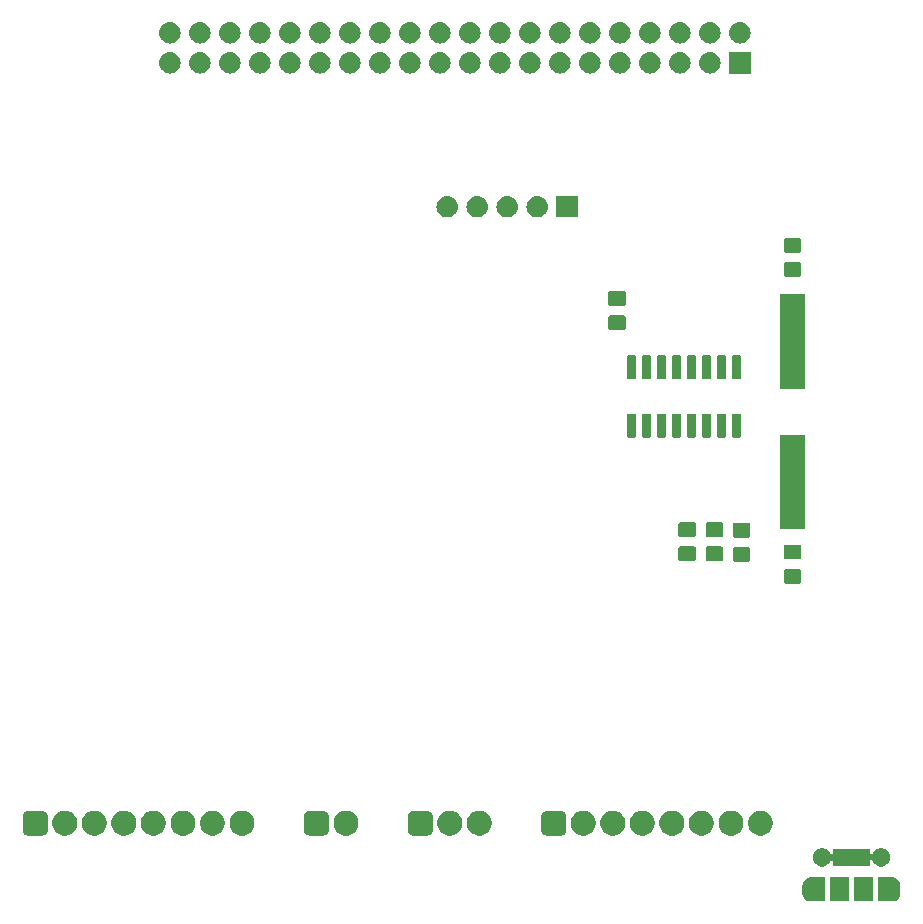
<source format=gbr>
%TF.GenerationSoftware,KiCad,Pcbnew,(5.1.2-1)-1*%
%TF.CreationDate,2019-08-17T10:29:18+10:00*%
%TF.ProjectId,GreengrassEntryHardware,47726565-6e67-4726-9173-73456e747279,v1.0*%
%TF.SameCoordinates,Original*%
%TF.FileFunction,Soldermask,Top*%
%TF.FilePolarity,Negative*%
%FSLAX46Y46*%
G04 Gerber Fmt 4.6, Leading zero omitted, Abs format (unit mm)*
G04 Created by KiCad (PCBNEW (5.1.2-1)-1) date 2019-08-17 10:29:18*
%MOMM*%
%LPD*%
G04 APERTURE LIST*
%ADD10C,0.150000*%
G04 APERTURE END LIST*
D10*
G36*
X178825862Y-129098398D02*
G01*
X178838114Y-129099000D01*
X180051000Y-129099000D01*
X180051000Y-131101000D01*
X178838114Y-131101000D01*
X178825862Y-131101602D01*
X178800000Y-131104149D01*
X178774138Y-131101602D01*
X178761886Y-131101000D01*
X178688594Y-131101000D01*
X178671836Y-131092043D01*
X178660299Y-131087915D01*
X178575307Y-131062132D01*
X178549664Y-131054354D01*
X178436575Y-130993906D01*
X178337447Y-130912554D01*
X178256094Y-130813424D01*
X178195646Y-130700335D01*
X178185960Y-130668403D01*
X178158420Y-130577617D01*
X178149000Y-130481972D01*
X178149000Y-129718027D01*
X178158420Y-129622382D01*
X178195645Y-129499668D01*
X178256096Y-129386574D01*
X178337447Y-129287446D01*
X178436576Y-129206094D01*
X178549666Y-129145646D01*
X178549669Y-129145645D01*
X178660290Y-129112088D01*
X178682925Y-129102712D01*
X178688481Y-129099000D01*
X178761886Y-129099000D01*
X178774138Y-129098398D01*
X178800000Y-129095851D01*
X178825862Y-129098398D01*
X178825862Y-129098398D01*
G37*
G36*
X185825862Y-129098398D02*
G01*
X185838114Y-129099000D01*
X185911406Y-129099000D01*
X185928164Y-129107957D01*
X185939707Y-129112087D01*
X186050331Y-129145645D01*
X186050334Y-129145646D01*
X186163424Y-129206094D01*
X186262554Y-129287447D01*
X186343906Y-129386575D01*
X186404354Y-129499664D01*
X186414040Y-129531596D01*
X186441580Y-129622382D01*
X186451000Y-129718027D01*
X186451000Y-130481973D01*
X186441580Y-130577618D01*
X186414040Y-130668404D01*
X186404354Y-130700336D01*
X186343906Y-130813425D01*
X186262554Y-130912554D01*
X186163425Y-130993906D01*
X186050336Y-131054354D01*
X186024693Y-131062132D01*
X185939708Y-131087913D01*
X185917075Y-131097287D01*
X185911518Y-131101000D01*
X185838114Y-131101000D01*
X185825862Y-131101602D01*
X185800000Y-131104149D01*
X185774138Y-131101602D01*
X185761886Y-131101000D01*
X184549000Y-131101000D01*
X184549000Y-129099000D01*
X185761886Y-129099000D01*
X185774138Y-129098398D01*
X185800000Y-129095851D01*
X185825862Y-129098398D01*
X185825862Y-129098398D01*
G37*
G36*
X184101000Y-131101000D02*
G01*
X182499000Y-131101000D01*
X182499000Y-129099000D01*
X184101000Y-129099000D01*
X184101000Y-131101000D01*
X184101000Y-131101000D01*
G37*
G36*
X182101000Y-131101000D02*
G01*
X180499000Y-131101000D01*
X180499000Y-129099000D01*
X182101000Y-129099000D01*
X182101000Y-131101000D01*
X182101000Y-131101000D01*
G37*
G36*
X180026348Y-126653820D02*
G01*
X180026350Y-126653821D01*
X180026351Y-126653821D01*
X180167574Y-126712317D01*
X180167577Y-126712319D01*
X180294669Y-126797239D01*
X180402761Y-126905331D01*
X180459375Y-126990060D01*
X180487683Y-127032426D01*
X180508517Y-127082725D01*
X180520068Y-127104336D01*
X180535614Y-127123278D01*
X180554556Y-127138823D01*
X180576166Y-127150374D01*
X180599615Y-127157487D01*
X180624001Y-127159889D01*
X180648387Y-127157487D01*
X180671836Y-127150374D01*
X180693447Y-127138823D01*
X180712389Y-127123277D01*
X180727934Y-127104335D01*
X180739485Y-127082725D01*
X180746598Y-127059276D01*
X180749000Y-127034890D01*
X180749000Y-126674000D01*
X183851000Y-126674000D01*
X183851000Y-127034890D01*
X183853402Y-127059276D01*
X183860515Y-127082725D01*
X183872066Y-127104336D01*
X183887611Y-127123278D01*
X183906553Y-127138823D01*
X183928164Y-127150374D01*
X183951613Y-127157487D01*
X183975999Y-127159889D01*
X184000385Y-127157487D01*
X184023834Y-127150374D01*
X184045445Y-127138823D01*
X184064387Y-127123278D01*
X184079932Y-127104336D01*
X184091483Y-127082725D01*
X184112317Y-127032426D01*
X184140625Y-126990060D01*
X184197239Y-126905331D01*
X184305331Y-126797239D01*
X184432423Y-126712319D01*
X184432426Y-126712317D01*
X184573649Y-126653821D01*
X184573650Y-126653821D01*
X184573652Y-126653820D01*
X184723569Y-126624000D01*
X184876431Y-126624000D01*
X185026348Y-126653820D01*
X185026350Y-126653821D01*
X185026351Y-126653821D01*
X185167574Y-126712317D01*
X185167577Y-126712319D01*
X185294669Y-126797239D01*
X185402761Y-126905331D01*
X185487681Y-127032423D01*
X185487683Y-127032426D01*
X185546179Y-127173649D01*
X185576000Y-127323571D01*
X185576000Y-127476429D01*
X185546179Y-127626351D01*
X185487683Y-127767574D01*
X185487682Y-127767575D01*
X185487681Y-127767577D01*
X185402761Y-127894669D01*
X185294669Y-128002761D01*
X185167577Y-128087681D01*
X185167574Y-128087683D01*
X185026351Y-128146179D01*
X185026350Y-128146179D01*
X185026348Y-128146180D01*
X184876431Y-128176000D01*
X184723569Y-128176000D01*
X184573652Y-128146180D01*
X184573650Y-128146179D01*
X184573649Y-128146179D01*
X184432426Y-128087683D01*
X184432423Y-128087681D01*
X184305331Y-128002761D01*
X184197239Y-127894669D01*
X184112318Y-127767575D01*
X184112317Y-127767574D01*
X184091481Y-127717272D01*
X184079932Y-127695664D01*
X184064386Y-127676722D01*
X184045444Y-127661177D01*
X184023834Y-127649626D01*
X184000385Y-127642513D01*
X183975999Y-127640111D01*
X183951613Y-127642513D01*
X183928164Y-127649626D01*
X183906553Y-127661177D01*
X183887611Y-127676723D01*
X183872066Y-127695665D01*
X183860515Y-127717275D01*
X183853402Y-127740724D01*
X183851000Y-127765110D01*
X183851000Y-128126000D01*
X180749000Y-128126000D01*
X180749000Y-127765110D01*
X180746598Y-127740724D01*
X180739485Y-127717275D01*
X180727934Y-127695664D01*
X180712389Y-127676722D01*
X180693447Y-127661177D01*
X180671836Y-127649626D01*
X180648387Y-127642513D01*
X180624001Y-127640111D01*
X180599615Y-127642513D01*
X180576166Y-127649626D01*
X180554555Y-127661177D01*
X180535613Y-127676722D01*
X180520068Y-127695664D01*
X180508519Y-127717272D01*
X180487683Y-127767574D01*
X180487682Y-127767575D01*
X180402761Y-127894669D01*
X180294669Y-128002761D01*
X180167577Y-128087681D01*
X180167574Y-128087683D01*
X180026351Y-128146179D01*
X180026350Y-128146179D01*
X180026348Y-128146180D01*
X179876431Y-128176000D01*
X179723569Y-128176000D01*
X179573652Y-128146180D01*
X179573650Y-128146179D01*
X179573649Y-128146179D01*
X179432426Y-128087683D01*
X179432423Y-128087681D01*
X179305331Y-128002761D01*
X179197239Y-127894669D01*
X179112319Y-127767577D01*
X179112318Y-127767575D01*
X179112317Y-127767574D01*
X179053821Y-127626351D01*
X179024000Y-127476429D01*
X179024000Y-127323571D01*
X179053821Y-127173649D01*
X179112317Y-127032426D01*
X179112319Y-127032423D01*
X179197239Y-126905331D01*
X179305331Y-126797239D01*
X179432423Y-126712319D01*
X179432426Y-126712317D01*
X179573649Y-126653821D01*
X179573650Y-126653821D01*
X179573652Y-126653820D01*
X179723569Y-126624000D01*
X179876431Y-126624000D01*
X180026348Y-126653820D01*
X180026348Y-126653820D01*
G37*
G36*
X131006564Y-123489389D02*
G01*
X131197833Y-123568615D01*
X131197835Y-123568616D01*
X131222412Y-123585038D01*
X131369973Y-123683635D01*
X131516365Y-123830027D01*
X131631385Y-124002167D01*
X131710611Y-124193436D01*
X131751000Y-124396484D01*
X131751000Y-124603516D01*
X131710611Y-124806564D01*
X131631385Y-124997833D01*
X131631384Y-124997835D01*
X131516365Y-125169973D01*
X131369973Y-125316365D01*
X131197835Y-125431384D01*
X131197834Y-125431385D01*
X131197833Y-125431385D01*
X131006564Y-125510611D01*
X130803516Y-125551000D01*
X130596484Y-125551000D01*
X130393436Y-125510611D01*
X130202167Y-125431385D01*
X130202166Y-125431385D01*
X130202165Y-125431384D01*
X130030027Y-125316365D01*
X129883635Y-125169973D01*
X129768616Y-124997835D01*
X129768615Y-124997833D01*
X129689389Y-124806564D01*
X129649000Y-124603516D01*
X129649000Y-124396484D01*
X129689389Y-124193436D01*
X129768615Y-124002167D01*
X129883635Y-123830027D01*
X130030027Y-123683635D01*
X130177588Y-123585038D01*
X130202165Y-123568616D01*
X130202167Y-123568615D01*
X130393436Y-123489389D01*
X130596484Y-123449000D01*
X130803516Y-123449000D01*
X131006564Y-123489389D01*
X131006564Y-123489389D01*
G37*
G36*
X128506564Y-123489389D02*
G01*
X128697833Y-123568615D01*
X128697835Y-123568616D01*
X128722412Y-123585038D01*
X128869973Y-123683635D01*
X129016365Y-123830027D01*
X129131385Y-124002167D01*
X129210611Y-124193436D01*
X129251000Y-124396484D01*
X129251000Y-124603516D01*
X129210611Y-124806564D01*
X129131385Y-124997833D01*
X129131384Y-124997835D01*
X129016365Y-125169973D01*
X128869973Y-125316365D01*
X128697835Y-125431384D01*
X128697834Y-125431385D01*
X128697833Y-125431385D01*
X128506564Y-125510611D01*
X128303516Y-125551000D01*
X128096484Y-125551000D01*
X127893436Y-125510611D01*
X127702167Y-125431385D01*
X127702166Y-125431385D01*
X127702165Y-125431384D01*
X127530027Y-125316365D01*
X127383635Y-125169973D01*
X127268616Y-124997835D01*
X127268615Y-124997833D01*
X127189389Y-124806564D01*
X127149000Y-124603516D01*
X127149000Y-124396484D01*
X127189389Y-124193436D01*
X127268615Y-124002167D01*
X127383635Y-123830027D01*
X127530027Y-123683635D01*
X127677588Y-123585038D01*
X127702165Y-123568616D01*
X127702167Y-123568615D01*
X127893436Y-123489389D01*
X128096484Y-123449000D01*
X128303516Y-123449000D01*
X128506564Y-123489389D01*
X128506564Y-123489389D01*
G37*
G36*
X126006564Y-123489389D02*
G01*
X126197833Y-123568615D01*
X126197835Y-123568616D01*
X126222412Y-123585038D01*
X126369973Y-123683635D01*
X126516365Y-123830027D01*
X126631385Y-124002167D01*
X126710611Y-124193436D01*
X126751000Y-124396484D01*
X126751000Y-124603516D01*
X126710611Y-124806564D01*
X126631385Y-124997833D01*
X126631384Y-124997835D01*
X126516365Y-125169973D01*
X126369973Y-125316365D01*
X126197835Y-125431384D01*
X126197834Y-125431385D01*
X126197833Y-125431385D01*
X126006564Y-125510611D01*
X125803516Y-125551000D01*
X125596484Y-125551000D01*
X125393436Y-125510611D01*
X125202167Y-125431385D01*
X125202166Y-125431385D01*
X125202165Y-125431384D01*
X125030027Y-125316365D01*
X124883635Y-125169973D01*
X124768616Y-124997835D01*
X124768615Y-124997833D01*
X124689389Y-124806564D01*
X124649000Y-124603516D01*
X124649000Y-124396484D01*
X124689389Y-124193436D01*
X124768615Y-124002167D01*
X124883635Y-123830027D01*
X125030027Y-123683635D01*
X125177588Y-123585038D01*
X125202165Y-123568616D01*
X125202167Y-123568615D01*
X125393436Y-123489389D01*
X125596484Y-123449000D01*
X125803516Y-123449000D01*
X126006564Y-123489389D01*
X126006564Y-123489389D01*
G37*
G36*
X123506564Y-123489389D02*
G01*
X123697833Y-123568615D01*
X123697835Y-123568616D01*
X123722412Y-123585038D01*
X123869973Y-123683635D01*
X124016365Y-123830027D01*
X124131385Y-124002167D01*
X124210611Y-124193436D01*
X124251000Y-124396484D01*
X124251000Y-124603516D01*
X124210611Y-124806564D01*
X124131385Y-124997833D01*
X124131384Y-124997835D01*
X124016365Y-125169973D01*
X123869973Y-125316365D01*
X123697835Y-125431384D01*
X123697834Y-125431385D01*
X123697833Y-125431385D01*
X123506564Y-125510611D01*
X123303516Y-125551000D01*
X123096484Y-125551000D01*
X122893436Y-125510611D01*
X122702167Y-125431385D01*
X122702166Y-125431385D01*
X122702165Y-125431384D01*
X122530027Y-125316365D01*
X122383635Y-125169973D01*
X122268616Y-124997835D01*
X122268615Y-124997833D01*
X122189389Y-124806564D01*
X122149000Y-124603516D01*
X122149000Y-124396484D01*
X122189389Y-124193436D01*
X122268615Y-124002167D01*
X122383635Y-123830027D01*
X122530027Y-123683635D01*
X122677588Y-123585038D01*
X122702165Y-123568616D01*
X122702167Y-123568615D01*
X122893436Y-123489389D01*
X123096484Y-123449000D01*
X123303516Y-123449000D01*
X123506564Y-123489389D01*
X123506564Y-123489389D01*
G37*
G36*
X121006564Y-123489389D02*
G01*
X121197833Y-123568615D01*
X121197835Y-123568616D01*
X121222412Y-123585038D01*
X121369973Y-123683635D01*
X121516365Y-123830027D01*
X121631385Y-124002167D01*
X121710611Y-124193436D01*
X121751000Y-124396484D01*
X121751000Y-124603516D01*
X121710611Y-124806564D01*
X121631385Y-124997833D01*
X121631384Y-124997835D01*
X121516365Y-125169973D01*
X121369973Y-125316365D01*
X121197835Y-125431384D01*
X121197834Y-125431385D01*
X121197833Y-125431385D01*
X121006564Y-125510611D01*
X120803516Y-125551000D01*
X120596484Y-125551000D01*
X120393436Y-125510611D01*
X120202167Y-125431385D01*
X120202166Y-125431385D01*
X120202165Y-125431384D01*
X120030027Y-125316365D01*
X119883635Y-125169973D01*
X119768616Y-124997835D01*
X119768615Y-124997833D01*
X119689389Y-124806564D01*
X119649000Y-124603516D01*
X119649000Y-124396484D01*
X119689389Y-124193436D01*
X119768615Y-124002167D01*
X119883635Y-123830027D01*
X120030027Y-123683635D01*
X120177588Y-123585038D01*
X120202165Y-123568616D01*
X120202167Y-123568615D01*
X120393436Y-123489389D01*
X120596484Y-123449000D01*
X120803516Y-123449000D01*
X121006564Y-123489389D01*
X121006564Y-123489389D01*
G37*
G36*
X118506564Y-123489389D02*
G01*
X118697833Y-123568615D01*
X118697835Y-123568616D01*
X118722412Y-123585038D01*
X118869973Y-123683635D01*
X119016365Y-123830027D01*
X119131385Y-124002167D01*
X119210611Y-124193436D01*
X119251000Y-124396484D01*
X119251000Y-124603516D01*
X119210611Y-124806564D01*
X119131385Y-124997833D01*
X119131384Y-124997835D01*
X119016365Y-125169973D01*
X118869973Y-125316365D01*
X118697835Y-125431384D01*
X118697834Y-125431385D01*
X118697833Y-125431385D01*
X118506564Y-125510611D01*
X118303516Y-125551000D01*
X118096484Y-125551000D01*
X117893436Y-125510611D01*
X117702167Y-125431385D01*
X117702166Y-125431385D01*
X117702165Y-125431384D01*
X117530027Y-125316365D01*
X117383635Y-125169973D01*
X117268616Y-124997835D01*
X117268615Y-124997833D01*
X117189389Y-124806564D01*
X117149000Y-124603516D01*
X117149000Y-124396484D01*
X117189389Y-124193436D01*
X117268615Y-124002167D01*
X117383635Y-123830027D01*
X117530027Y-123683635D01*
X117677588Y-123585038D01*
X117702165Y-123568616D01*
X117702167Y-123568615D01*
X117893436Y-123489389D01*
X118096484Y-123449000D01*
X118303516Y-123449000D01*
X118506564Y-123489389D01*
X118506564Y-123489389D01*
G37*
G36*
X116006564Y-123489389D02*
G01*
X116197833Y-123568615D01*
X116197835Y-123568616D01*
X116222412Y-123585038D01*
X116369973Y-123683635D01*
X116516365Y-123830027D01*
X116631385Y-124002167D01*
X116710611Y-124193436D01*
X116751000Y-124396484D01*
X116751000Y-124603516D01*
X116710611Y-124806564D01*
X116631385Y-124997833D01*
X116631384Y-124997835D01*
X116516365Y-125169973D01*
X116369973Y-125316365D01*
X116197835Y-125431384D01*
X116197834Y-125431385D01*
X116197833Y-125431385D01*
X116006564Y-125510611D01*
X115803516Y-125551000D01*
X115596484Y-125551000D01*
X115393436Y-125510611D01*
X115202167Y-125431385D01*
X115202166Y-125431385D01*
X115202165Y-125431384D01*
X115030027Y-125316365D01*
X114883635Y-125169973D01*
X114768616Y-124997835D01*
X114768615Y-124997833D01*
X114689389Y-124806564D01*
X114649000Y-124603516D01*
X114649000Y-124396484D01*
X114689389Y-124193436D01*
X114768615Y-124002167D01*
X114883635Y-123830027D01*
X115030027Y-123683635D01*
X115177588Y-123585038D01*
X115202165Y-123568616D01*
X115202167Y-123568615D01*
X115393436Y-123489389D01*
X115596484Y-123449000D01*
X115803516Y-123449000D01*
X116006564Y-123489389D01*
X116006564Y-123489389D01*
G37*
G36*
X113878210Y-123458489D02*
G01*
X113964950Y-123484802D01*
X114044889Y-123527530D01*
X114114962Y-123585038D01*
X114172470Y-123655111D01*
X114215198Y-123735050D01*
X114241511Y-123821790D01*
X114251000Y-123918140D01*
X114251000Y-125081860D01*
X114241511Y-125178210D01*
X114215198Y-125264950D01*
X114172470Y-125344889D01*
X114114962Y-125414962D01*
X114044889Y-125472470D01*
X113964950Y-125515198D01*
X113878210Y-125541511D01*
X113781860Y-125551000D01*
X112618140Y-125551000D01*
X112521790Y-125541511D01*
X112435050Y-125515198D01*
X112355111Y-125472470D01*
X112285038Y-125414962D01*
X112227530Y-125344889D01*
X112184802Y-125264950D01*
X112158489Y-125178210D01*
X112149000Y-125081860D01*
X112149000Y-123918140D01*
X112158489Y-123821790D01*
X112184802Y-123735050D01*
X112227530Y-123655111D01*
X112285038Y-123585038D01*
X112355111Y-123527530D01*
X112435050Y-123484802D01*
X112521790Y-123458489D01*
X112618140Y-123449000D01*
X113781860Y-123449000D01*
X113878210Y-123458489D01*
X113878210Y-123458489D01*
G37*
G36*
X174906564Y-123489389D02*
G01*
X175097833Y-123568615D01*
X175097835Y-123568616D01*
X175122412Y-123585038D01*
X175269973Y-123683635D01*
X175416365Y-123830027D01*
X175531385Y-124002167D01*
X175610611Y-124193436D01*
X175651000Y-124396484D01*
X175651000Y-124603516D01*
X175610611Y-124806564D01*
X175531385Y-124997833D01*
X175531384Y-124997835D01*
X175416365Y-125169973D01*
X175269973Y-125316365D01*
X175097835Y-125431384D01*
X175097834Y-125431385D01*
X175097833Y-125431385D01*
X174906564Y-125510611D01*
X174703516Y-125551000D01*
X174496484Y-125551000D01*
X174293436Y-125510611D01*
X174102167Y-125431385D01*
X174102166Y-125431385D01*
X174102165Y-125431384D01*
X173930027Y-125316365D01*
X173783635Y-125169973D01*
X173668616Y-124997835D01*
X173668615Y-124997833D01*
X173589389Y-124806564D01*
X173549000Y-124603516D01*
X173549000Y-124396484D01*
X173589389Y-124193436D01*
X173668615Y-124002167D01*
X173783635Y-123830027D01*
X173930027Y-123683635D01*
X174077588Y-123585038D01*
X174102165Y-123568616D01*
X174102167Y-123568615D01*
X174293436Y-123489389D01*
X174496484Y-123449000D01*
X174703516Y-123449000D01*
X174906564Y-123489389D01*
X174906564Y-123489389D01*
G37*
G36*
X172406564Y-123489389D02*
G01*
X172597833Y-123568615D01*
X172597835Y-123568616D01*
X172622412Y-123585038D01*
X172769973Y-123683635D01*
X172916365Y-123830027D01*
X173031385Y-124002167D01*
X173110611Y-124193436D01*
X173151000Y-124396484D01*
X173151000Y-124603516D01*
X173110611Y-124806564D01*
X173031385Y-124997833D01*
X173031384Y-124997835D01*
X172916365Y-125169973D01*
X172769973Y-125316365D01*
X172597835Y-125431384D01*
X172597834Y-125431385D01*
X172597833Y-125431385D01*
X172406564Y-125510611D01*
X172203516Y-125551000D01*
X171996484Y-125551000D01*
X171793436Y-125510611D01*
X171602167Y-125431385D01*
X171602166Y-125431385D01*
X171602165Y-125431384D01*
X171430027Y-125316365D01*
X171283635Y-125169973D01*
X171168616Y-124997835D01*
X171168615Y-124997833D01*
X171089389Y-124806564D01*
X171049000Y-124603516D01*
X171049000Y-124396484D01*
X171089389Y-124193436D01*
X171168615Y-124002167D01*
X171283635Y-123830027D01*
X171430027Y-123683635D01*
X171577588Y-123585038D01*
X171602165Y-123568616D01*
X171602167Y-123568615D01*
X171793436Y-123489389D01*
X171996484Y-123449000D01*
X172203516Y-123449000D01*
X172406564Y-123489389D01*
X172406564Y-123489389D01*
G37*
G36*
X169906564Y-123489389D02*
G01*
X170097833Y-123568615D01*
X170097835Y-123568616D01*
X170122412Y-123585038D01*
X170269973Y-123683635D01*
X170416365Y-123830027D01*
X170531385Y-124002167D01*
X170610611Y-124193436D01*
X170651000Y-124396484D01*
X170651000Y-124603516D01*
X170610611Y-124806564D01*
X170531385Y-124997833D01*
X170531384Y-124997835D01*
X170416365Y-125169973D01*
X170269973Y-125316365D01*
X170097835Y-125431384D01*
X170097834Y-125431385D01*
X170097833Y-125431385D01*
X169906564Y-125510611D01*
X169703516Y-125551000D01*
X169496484Y-125551000D01*
X169293436Y-125510611D01*
X169102167Y-125431385D01*
X169102166Y-125431385D01*
X169102165Y-125431384D01*
X168930027Y-125316365D01*
X168783635Y-125169973D01*
X168668616Y-124997835D01*
X168668615Y-124997833D01*
X168589389Y-124806564D01*
X168549000Y-124603516D01*
X168549000Y-124396484D01*
X168589389Y-124193436D01*
X168668615Y-124002167D01*
X168783635Y-123830027D01*
X168930027Y-123683635D01*
X169077588Y-123585038D01*
X169102165Y-123568616D01*
X169102167Y-123568615D01*
X169293436Y-123489389D01*
X169496484Y-123449000D01*
X169703516Y-123449000D01*
X169906564Y-123489389D01*
X169906564Y-123489389D01*
G37*
G36*
X167406564Y-123489389D02*
G01*
X167597833Y-123568615D01*
X167597835Y-123568616D01*
X167622412Y-123585038D01*
X167769973Y-123683635D01*
X167916365Y-123830027D01*
X168031385Y-124002167D01*
X168110611Y-124193436D01*
X168151000Y-124396484D01*
X168151000Y-124603516D01*
X168110611Y-124806564D01*
X168031385Y-124997833D01*
X168031384Y-124997835D01*
X167916365Y-125169973D01*
X167769973Y-125316365D01*
X167597835Y-125431384D01*
X167597834Y-125431385D01*
X167597833Y-125431385D01*
X167406564Y-125510611D01*
X167203516Y-125551000D01*
X166996484Y-125551000D01*
X166793436Y-125510611D01*
X166602167Y-125431385D01*
X166602166Y-125431385D01*
X166602165Y-125431384D01*
X166430027Y-125316365D01*
X166283635Y-125169973D01*
X166168616Y-124997835D01*
X166168615Y-124997833D01*
X166089389Y-124806564D01*
X166049000Y-124603516D01*
X166049000Y-124396484D01*
X166089389Y-124193436D01*
X166168615Y-124002167D01*
X166283635Y-123830027D01*
X166430027Y-123683635D01*
X166577588Y-123585038D01*
X166602165Y-123568616D01*
X166602167Y-123568615D01*
X166793436Y-123489389D01*
X166996484Y-123449000D01*
X167203516Y-123449000D01*
X167406564Y-123489389D01*
X167406564Y-123489389D01*
G37*
G36*
X164906564Y-123489389D02*
G01*
X165097833Y-123568615D01*
X165097835Y-123568616D01*
X165122412Y-123585038D01*
X165269973Y-123683635D01*
X165416365Y-123830027D01*
X165531385Y-124002167D01*
X165610611Y-124193436D01*
X165651000Y-124396484D01*
X165651000Y-124603516D01*
X165610611Y-124806564D01*
X165531385Y-124997833D01*
X165531384Y-124997835D01*
X165416365Y-125169973D01*
X165269973Y-125316365D01*
X165097835Y-125431384D01*
X165097834Y-125431385D01*
X165097833Y-125431385D01*
X164906564Y-125510611D01*
X164703516Y-125551000D01*
X164496484Y-125551000D01*
X164293436Y-125510611D01*
X164102167Y-125431385D01*
X164102166Y-125431385D01*
X164102165Y-125431384D01*
X163930027Y-125316365D01*
X163783635Y-125169973D01*
X163668616Y-124997835D01*
X163668615Y-124997833D01*
X163589389Y-124806564D01*
X163549000Y-124603516D01*
X163549000Y-124396484D01*
X163589389Y-124193436D01*
X163668615Y-124002167D01*
X163783635Y-123830027D01*
X163930027Y-123683635D01*
X164077588Y-123585038D01*
X164102165Y-123568616D01*
X164102167Y-123568615D01*
X164293436Y-123489389D01*
X164496484Y-123449000D01*
X164703516Y-123449000D01*
X164906564Y-123489389D01*
X164906564Y-123489389D01*
G37*
G36*
X162406564Y-123489389D02*
G01*
X162597833Y-123568615D01*
X162597835Y-123568616D01*
X162622412Y-123585038D01*
X162769973Y-123683635D01*
X162916365Y-123830027D01*
X163031385Y-124002167D01*
X163110611Y-124193436D01*
X163151000Y-124396484D01*
X163151000Y-124603516D01*
X163110611Y-124806564D01*
X163031385Y-124997833D01*
X163031384Y-124997835D01*
X162916365Y-125169973D01*
X162769973Y-125316365D01*
X162597835Y-125431384D01*
X162597834Y-125431385D01*
X162597833Y-125431385D01*
X162406564Y-125510611D01*
X162203516Y-125551000D01*
X161996484Y-125551000D01*
X161793436Y-125510611D01*
X161602167Y-125431385D01*
X161602166Y-125431385D01*
X161602165Y-125431384D01*
X161430027Y-125316365D01*
X161283635Y-125169973D01*
X161168616Y-124997835D01*
X161168615Y-124997833D01*
X161089389Y-124806564D01*
X161049000Y-124603516D01*
X161049000Y-124396484D01*
X161089389Y-124193436D01*
X161168615Y-124002167D01*
X161283635Y-123830027D01*
X161430027Y-123683635D01*
X161577588Y-123585038D01*
X161602165Y-123568616D01*
X161602167Y-123568615D01*
X161793436Y-123489389D01*
X161996484Y-123449000D01*
X162203516Y-123449000D01*
X162406564Y-123489389D01*
X162406564Y-123489389D01*
G37*
G36*
X159906564Y-123489389D02*
G01*
X160097833Y-123568615D01*
X160097835Y-123568616D01*
X160122412Y-123585038D01*
X160269973Y-123683635D01*
X160416365Y-123830027D01*
X160531385Y-124002167D01*
X160610611Y-124193436D01*
X160651000Y-124396484D01*
X160651000Y-124603516D01*
X160610611Y-124806564D01*
X160531385Y-124997833D01*
X160531384Y-124997835D01*
X160416365Y-125169973D01*
X160269973Y-125316365D01*
X160097835Y-125431384D01*
X160097834Y-125431385D01*
X160097833Y-125431385D01*
X159906564Y-125510611D01*
X159703516Y-125551000D01*
X159496484Y-125551000D01*
X159293436Y-125510611D01*
X159102167Y-125431385D01*
X159102166Y-125431385D01*
X159102165Y-125431384D01*
X158930027Y-125316365D01*
X158783635Y-125169973D01*
X158668616Y-124997835D01*
X158668615Y-124997833D01*
X158589389Y-124806564D01*
X158549000Y-124603516D01*
X158549000Y-124396484D01*
X158589389Y-124193436D01*
X158668615Y-124002167D01*
X158783635Y-123830027D01*
X158930027Y-123683635D01*
X159077588Y-123585038D01*
X159102165Y-123568616D01*
X159102167Y-123568615D01*
X159293436Y-123489389D01*
X159496484Y-123449000D01*
X159703516Y-123449000D01*
X159906564Y-123489389D01*
X159906564Y-123489389D01*
G37*
G36*
X157778210Y-123458489D02*
G01*
X157864950Y-123484802D01*
X157944889Y-123527530D01*
X158014962Y-123585038D01*
X158072470Y-123655111D01*
X158115198Y-123735050D01*
X158141511Y-123821790D01*
X158151000Y-123918140D01*
X158151000Y-125081860D01*
X158141511Y-125178210D01*
X158115198Y-125264950D01*
X158072470Y-125344889D01*
X158014962Y-125414962D01*
X157944889Y-125472470D01*
X157864950Y-125515198D01*
X157778210Y-125541511D01*
X157681860Y-125551000D01*
X156518140Y-125551000D01*
X156421790Y-125541511D01*
X156335050Y-125515198D01*
X156255111Y-125472470D01*
X156185038Y-125414962D01*
X156127530Y-125344889D01*
X156084802Y-125264950D01*
X156058489Y-125178210D01*
X156049000Y-125081860D01*
X156049000Y-123918140D01*
X156058489Y-123821790D01*
X156084802Y-123735050D01*
X156127530Y-123655111D01*
X156185038Y-123585038D01*
X156255111Y-123527530D01*
X156335050Y-123484802D01*
X156421790Y-123458489D01*
X156518140Y-123449000D01*
X157681860Y-123449000D01*
X157778210Y-123458489D01*
X157778210Y-123458489D01*
G37*
G36*
X139806564Y-123489389D02*
G01*
X139997833Y-123568615D01*
X139997835Y-123568616D01*
X140022412Y-123585038D01*
X140169973Y-123683635D01*
X140316365Y-123830027D01*
X140431385Y-124002167D01*
X140510611Y-124193436D01*
X140551000Y-124396484D01*
X140551000Y-124603516D01*
X140510611Y-124806564D01*
X140431385Y-124997833D01*
X140431384Y-124997835D01*
X140316365Y-125169973D01*
X140169973Y-125316365D01*
X139997835Y-125431384D01*
X139997834Y-125431385D01*
X139997833Y-125431385D01*
X139806564Y-125510611D01*
X139603516Y-125551000D01*
X139396484Y-125551000D01*
X139193436Y-125510611D01*
X139002167Y-125431385D01*
X139002166Y-125431385D01*
X139002165Y-125431384D01*
X138830027Y-125316365D01*
X138683635Y-125169973D01*
X138568616Y-124997835D01*
X138568615Y-124997833D01*
X138489389Y-124806564D01*
X138449000Y-124603516D01*
X138449000Y-124396484D01*
X138489389Y-124193436D01*
X138568615Y-124002167D01*
X138683635Y-123830027D01*
X138830027Y-123683635D01*
X138977588Y-123585038D01*
X139002165Y-123568616D01*
X139002167Y-123568615D01*
X139193436Y-123489389D01*
X139396484Y-123449000D01*
X139603516Y-123449000D01*
X139806564Y-123489389D01*
X139806564Y-123489389D01*
G37*
G36*
X137678210Y-123458489D02*
G01*
X137764950Y-123484802D01*
X137844889Y-123527530D01*
X137914962Y-123585038D01*
X137972470Y-123655111D01*
X138015198Y-123735050D01*
X138041511Y-123821790D01*
X138051000Y-123918140D01*
X138051000Y-125081860D01*
X138041511Y-125178210D01*
X138015198Y-125264950D01*
X137972470Y-125344889D01*
X137914962Y-125414962D01*
X137844889Y-125472470D01*
X137764950Y-125515198D01*
X137678210Y-125541511D01*
X137581860Y-125551000D01*
X136418140Y-125551000D01*
X136321790Y-125541511D01*
X136235050Y-125515198D01*
X136155111Y-125472470D01*
X136085038Y-125414962D01*
X136027530Y-125344889D01*
X135984802Y-125264950D01*
X135958489Y-125178210D01*
X135949000Y-125081860D01*
X135949000Y-123918140D01*
X135958489Y-123821790D01*
X135984802Y-123735050D01*
X136027530Y-123655111D01*
X136085038Y-123585038D01*
X136155111Y-123527530D01*
X136235050Y-123484802D01*
X136321790Y-123458489D01*
X136418140Y-123449000D01*
X137581860Y-123449000D01*
X137678210Y-123458489D01*
X137678210Y-123458489D01*
G37*
G36*
X146478210Y-123458489D02*
G01*
X146564950Y-123484802D01*
X146644889Y-123527530D01*
X146714962Y-123585038D01*
X146772470Y-123655111D01*
X146815198Y-123735050D01*
X146841511Y-123821790D01*
X146851000Y-123918140D01*
X146851000Y-125081860D01*
X146841511Y-125178210D01*
X146815198Y-125264950D01*
X146772470Y-125344889D01*
X146714962Y-125414962D01*
X146644889Y-125472470D01*
X146564950Y-125515198D01*
X146478210Y-125541511D01*
X146381860Y-125551000D01*
X145218140Y-125551000D01*
X145121790Y-125541511D01*
X145035050Y-125515198D01*
X144955111Y-125472470D01*
X144885038Y-125414962D01*
X144827530Y-125344889D01*
X144784802Y-125264950D01*
X144758489Y-125178210D01*
X144749000Y-125081860D01*
X144749000Y-123918140D01*
X144758489Y-123821790D01*
X144784802Y-123735050D01*
X144827530Y-123655111D01*
X144885038Y-123585038D01*
X144955111Y-123527530D01*
X145035050Y-123484802D01*
X145121790Y-123458489D01*
X145218140Y-123449000D01*
X146381860Y-123449000D01*
X146478210Y-123458489D01*
X146478210Y-123458489D01*
G37*
G36*
X148606564Y-123489389D02*
G01*
X148797833Y-123568615D01*
X148797835Y-123568616D01*
X148822412Y-123585038D01*
X148969973Y-123683635D01*
X149116365Y-123830027D01*
X149231385Y-124002167D01*
X149310611Y-124193436D01*
X149351000Y-124396484D01*
X149351000Y-124603516D01*
X149310611Y-124806564D01*
X149231385Y-124997833D01*
X149231384Y-124997835D01*
X149116365Y-125169973D01*
X148969973Y-125316365D01*
X148797835Y-125431384D01*
X148797834Y-125431385D01*
X148797833Y-125431385D01*
X148606564Y-125510611D01*
X148403516Y-125551000D01*
X148196484Y-125551000D01*
X147993436Y-125510611D01*
X147802167Y-125431385D01*
X147802166Y-125431385D01*
X147802165Y-125431384D01*
X147630027Y-125316365D01*
X147483635Y-125169973D01*
X147368616Y-124997835D01*
X147368615Y-124997833D01*
X147289389Y-124806564D01*
X147249000Y-124603516D01*
X147249000Y-124396484D01*
X147289389Y-124193436D01*
X147368615Y-124002167D01*
X147483635Y-123830027D01*
X147630027Y-123683635D01*
X147777588Y-123585038D01*
X147802165Y-123568616D01*
X147802167Y-123568615D01*
X147993436Y-123489389D01*
X148196484Y-123449000D01*
X148403516Y-123449000D01*
X148606564Y-123489389D01*
X148606564Y-123489389D01*
G37*
G36*
X151106564Y-123489389D02*
G01*
X151297833Y-123568615D01*
X151297835Y-123568616D01*
X151322412Y-123585038D01*
X151469973Y-123683635D01*
X151616365Y-123830027D01*
X151731385Y-124002167D01*
X151810611Y-124193436D01*
X151851000Y-124396484D01*
X151851000Y-124603516D01*
X151810611Y-124806564D01*
X151731385Y-124997833D01*
X151731384Y-124997835D01*
X151616365Y-125169973D01*
X151469973Y-125316365D01*
X151297835Y-125431384D01*
X151297834Y-125431385D01*
X151297833Y-125431385D01*
X151106564Y-125510611D01*
X150903516Y-125551000D01*
X150696484Y-125551000D01*
X150493436Y-125510611D01*
X150302167Y-125431385D01*
X150302166Y-125431385D01*
X150302165Y-125431384D01*
X150130027Y-125316365D01*
X149983635Y-125169973D01*
X149868616Y-124997835D01*
X149868615Y-124997833D01*
X149789389Y-124806564D01*
X149749000Y-124603516D01*
X149749000Y-124396484D01*
X149789389Y-124193436D01*
X149868615Y-124002167D01*
X149983635Y-123830027D01*
X150130027Y-123683635D01*
X150277588Y-123585038D01*
X150302165Y-123568616D01*
X150302167Y-123568615D01*
X150493436Y-123489389D01*
X150696484Y-123449000D01*
X150903516Y-123449000D01*
X151106564Y-123489389D01*
X151106564Y-123489389D01*
G37*
G36*
X177888674Y-102978465D02*
G01*
X177926367Y-102989899D01*
X177961103Y-103008466D01*
X177991548Y-103033452D01*
X178016534Y-103063897D01*
X178035101Y-103098633D01*
X178046535Y-103136326D01*
X178051000Y-103181661D01*
X178051000Y-104018339D01*
X178046535Y-104063674D01*
X178035101Y-104101367D01*
X178016534Y-104136103D01*
X177991548Y-104166548D01*
X177961103Y-104191534D01*
X177926367Y-104210101D01*
X177888674Y-104221535D01*
X177843339Y-104226000D01*
X176756661Y-104226000D01*
X176711326Y-104221535D01*
X176673633Y-104210101D01*
X176638897Y-104191534D01*
X176608452Y-104166548D01*
X176583466Y-104136103D01*
X176564899Y-104101367D01*
X176553465Y-104063674D01*
X176549000Y-104018339D01*
X176549000Y-103181661D01*
X176553465Y-103136326D01*
X176564899Y-103098633D01*
X176583466Y-103063897D01*
X176608452Y-103033452D01*
X176638897Y-103008466D01*
X176673633Y-102989899D01*
X176711326Y-102978465D01*
X176756661Y-102974000D01*
X177843339Y-102974000D01*
X177888674Y-102978465D01*
X177888674Y-102978465D01*
G37*
G36*
X173588674Y-101128465D02*
G01*
X173626367Y-101139899D01*
X173661103Y-101158466D01*
X173691548Y-101183452D01*
X173716534Y-101213897D01*
X173735101Y-101248633D01*
X173746535Y-101286326D01*
X173751000Y-101331661D01*
X173751000Y-102168339D01*
X173746535Y-102213674D01*
X173735101Y-102251367D01*
X173716534Y-102286103D01*
X173691548Y-102316548D01*
X173661103Y-102341534D01*
X173626367Y-102360101D01*
X173588674Y-102371535D01*
X173543339Y-102376000D01*
X172456661Y-102376000D01*
X172411326Y-102371535D01*
X172373633Y-102360101D01*
X172338897Y-102341534D01*
X172308452Y-102316548D01*
X172283466Y-102286103D01*
X172264899Y-102251367D01*
X172253465Y-102213674D01*
X172249000Y-102168339D01*
X172249000Y-101331661D01*
X172253465Y-101286326D01*
X172264899Y-101248633D01*
X172283466Y-101213897D01*
X172308452Y-101183452D01*
X172338897Y-101158466D01*
X172373633Y-101139899D01*
X172411326Y-101128465D01*
X172456661Y-101124000D01*
X173543339Y-101124000D01*
X173588674Y-101128465D01*
X173588674Y-101128465D01*
G37*
G36*
X168988674Y-101078465D02*
G01*
X169026367Y-101089899D01*
X169061103Y-101108466D01*
X169091548Y-101133452D01*
X169116534Y-101163897D01*
X169135101Y-101198633D01*
X169146535Y-101236326D01*
X169151000Y-101281661D01*
X169151000Y-102118339D01*
X169146535Y-102163674D01*
X169135101Y-102201367D01*
X169116534Y-102236103D01*
X169091548Y-102266548D01*
X169061103Y-102291534D01*
X169026367Y-102310101D01*
X168988674Y-102321535D01*
X168943339Y-102326000D01*
X167856661Y-102326000D01*
X167811326Y-102321535D01*
X167773633Y-102310101D01*
X167738897Y-102291534D01*
X167708452Y-102266548D01*
X167683466Y-102236103D01*
X167664899Y-102201367D01*
X167653465Y-102163674D01*
X167649000Y-102118339D01*
X167649000Y-101281661D01*
X167653465Y-101236326D01*
X167664899Y-101198633D01*
X167683466Y-101163897D01*
X167708452Y-101133452D01*
X167738897Y-101108466D01*
X167773633Y-101089899D01*
X167811326Y-101078465D01*
X167856661Y-101074000D01*
X168943339Y-101074000D01*
X168988674Y-101078465D01*
X168988674Y-101078465D01*
G37*
G36*
X171288674Y-101078465D02*
G01*
X171326367Y-101089899D01*
X171361103Y-101108466D01*
X171391548Y-101133452D01*
X171416534Y-101163897D01*
X171435101Y-101198633D01*
X171446535Y-101236326D01*
X171451000Y-101281661D01*
X171451000Y-102118339D01*
X171446535Y-102163674D01*
X171435101Y-102201367D01*
X171416534Y-102236103D01*
X171391548Y-102266548D01*
X171361103Y-102291534D01*
X171326367Y-102310101D01*
X171288674Y-102321535D01*
X171243339Y-102326000D01*
X170156661Y-102326000D01*
X170111326Y-102321535D01*
X170073633Y-102310101D01*
X170038897Y-102291534D01*
X170008452Y-102266548D01*
X169983466Y-102236103D01*
X169964899Y-102201367D01*
X169953465Y-102163674D01*
X169949000Y-102118339D01*
X169949000Y-101281661D01*
X169953465Y-101236326D01*
X169964899Y-101198633D01*
X169983466Y-101163897D01*
X170008452Y-101133452D01*
X170038897Y-101108466D01*
X170073633Y-101089899D01*
X170111326Y-101078465D01*
X170156661Y-101074000D01*
X171243339Y-101074000D01*
X171288674Y-101078465D01*
X171288674Y-101078465D01*
G37*
G36*
X177888674Y-100928465D02*
G01*
X177926367Y-100939899D01*
X177961103Y-100958466D01*
X177991548Y-100983452D01*
X178016534Y-101013897D01*
X178035101Y-101048633D01*
X178046535Y-101086326D01*
X178051000Y-101131661D01*
X178051000Y-101968339D01*
X178046535Y-102013674D01*
X178035101Y-102051367D01*
X178016534Y-102086103D01*
X177991548Y-102116548D01*
X177961103Y-102141534D01*
X177926367Y-102160101D01*
X177888674Y-102171535D01*
X177843339Y-102176000D01*
X176756661Y-102176000D01*
X176711326Y-102171535D01*
X176673633Y-102160101D01*
X176638897Y-102141534D01*
X176608452Y-102116548D01*
X176583466Y-102086103D01*
X176564899Y-102051367D01*
X176553465Y-102013674D01*
X176549000Y-101968339D01*
X176549000Y-101131661D01*
X176553465Y-101086326D01*
X176564899Y-101048633D01*
X176583466Y-101013897D01*
X176608452Y-100983452D01*
X176638897Y-100958466D01*
X176673633Y-100939899D01*
X176711326Y-100928465D01*
X176756661Y-100924000D01*
X177843339Y-100924000D01*
X177888674Y-100928465D01*
X177888674Y-100928465D01*
G37*
G36*
X173588674Y-99078465D02*
G01*
X173626367Y-99089899D01*
X173661103Y-99108466D01*
X173691548Y-99133452D01*
X173716534Y-99163897D01*
X173735101Y-99198633D01*
X173746535Y-99236326D01*
X173751000Y-99281661D01*
X173751000Y-100118339D01*
X173746535Y-100163674D01*
X173735101Y-100201367D01*
X173716534Y-100236103D01*
X173691548Y-100266548D01*
X173661103Y-100291534D01*
X173626367Y-100310101D01*
X173588674Y-100321535D01*
X173543339Y-100326000D01*
X172456661Y-100326000D01*
X172411326Y-100321535D01*
X172373633Y-100310101D01*
X172338897Y-100291534D01*
X172308452Y-100266548D01*
X172283466Y-100236103D01*
X172264899Y-100201367D01*
X172253465Y-100163674D01*
X172249000Y-100118339D01*
X172249000Y-99281661D01*
X172253465Y-99236326D01*
X172264899Y-99198633D01*
X172283466Y-99163897D01*
X172308452Y-99133452D01*
X172338897Y-99108466D01*
X172373633Y-99089899D01*
X172411326Y-99078465D01*
X172456661Y-99074000D01*
X173543339Y-99074000D01*
X173588674Y-99078465D01*
X173588674Y-99078465D01*
G37*
G36*
X168988674Y-99028465D02*
G01*
X169026367Y-99039899D01*
X169061103Y-99058466D01*
X169091548Y-99083452D01*
X169116534Y-99113897D01*
X169135101Y-99148633D01*
X169146535Y-99186326D01*
X169151000Y-99231661D01*
X169151000Y-100068339D01*
X169146535Y-100113674D01*
X169135101Y-100151367D01*
X169116534Y-100186103D01*
X169091548Y-100216548D01*
X169061103Y-100241534D01*
X169026367Y-100260101D01*
X168988674Y-100271535D01*
X168943339Y-100276000D01*
X167856661Y-100276000D01*
X167811326Y-100271535D01*
X167773633Y-100260101D01*
X167738897Y-100241534D01*
X167708452Y-100216548D01*
X167683466Y-100186103D01*
X167664899Y-100151367D01*
X167653465Y-100113674D01*
X167649000Y-100068339D01*
X167649000Y-99231661D01*
X167653465Y-99186326D01*
X167664899Y-99148633D01*
X167683466Y-99113897D01*
X167708452Y-99083452D01*
X167738897Y-99058466D01*
X167773633Y-99039899D01*
X167811326Y-99028465D01*
X167856661Y-99024000D01*
X168943339Y-99024000D01*
X168988674Y-99028465D01*
X168988674Y-99028465D01*
G37*
G36*
X171288674Y-99028465D02*
G01*
X171326367Y-99039899D01*
X171361103Y-99058466D01*
X171391548Y-99083452D01*
X171416534Y-99113897D01*
X171435101Y-99148633D01*
X171446535Y-99186326D01*
X171451000Y-99231661D01*
X171451000Y-100068339D01*
X171446535Y-100113674D01*
X171435101Y-100151367D01*
X171416534Y-100186103D01*
X171391548Y-100216548D01*
X171361103Y-100241534D01*
X171326367Y-100260101D01*
X171288674Y-100271535D01*
X171243339Y-100276000D01*
X170156661Y-100276000D01*
X170111326Y-100271535D01*
X170073633Y-100260101D01*
X170038897Y-100241534D01*
X170008452Y-100216548D01*
X169983466Y-100186103D01*
X169964899Y-100151367D01*
X169953465Y-100113674D01*
X169949000Y-100068339D01*
X169949000Y-99231661D01*
X169953465Y-99186326D01*
X169964899Y-99148633D01*
X169983466Y-99113897D01*
X170008452Y-99083452D01*
X170038897Y-99058466D01*
X170073633Y-99039899D01*
X170111326Y-99028465D01*
X170156661Y-99024000D01*
X171243339Y-99024000D01*
X171288674Y-99028465D01*
X171288674Y-99028465D01*
G37*
G36*
X178351000Y-99588500D02*
G01*
X176249000Y-99588500D01*
X176249000Y-91611500D01*
X178351000Y-91611500D01*
X178351000Y-99588500D01*
X178351000Y-99588500D01*
G37*
G36*
X172829928Y-89826764D02*
G01*
X172851009Y-89833160D01*
X172870445Y-89843548D01*
X172887476Y-89857524D01*
X172901452Y-89874555D01*
X172911840Y-89893991D01*
X172918236Y-89915072D01*
X172921000Y-89943140D01*
X172921000Y-91756860D01*
X172918236Y-91784928D01*
X172911840Y-91806009D01*
X172901452Y-91825445D01*
X172887476Y-91842476D01*
X172870445Y-91856452D01*
X172851009Y-91866840D01*
X172829928Y-91873236D01*
X172801860Y-91876000D01*
X172338140Y-91876000D01*
X172310072Y-91873236D01*
X172288991Y-91866840D01*
X172269555Y-91856452D01*
X172252524Y-91842476D01*
X172238548Y-91825445D01*
X172228160Y-91806009D01*
X172221764Y-91784928D01*
X172219000Y-91756860D01*
X172219000Y-89943140D01*
X172221764Y-89915072D01*
X172228160Y-89893991D01*
X172238548Y-89874555D01*
X172252524Y-89857524D01*
X172269555Y-89843548D01*
X172288991Y-89833160D01*
X172310072Y-89826764D01*
X172338140Y-89824000D01*
X172801860Y-89824000D01*
X172829928Y-89826764D01*
X172829928Y-89826764D01*
G37*
G36*
X171559928Y-89826764D02*
G01*
X171581009Y-89833160D01*
X171600445Y-89843548D01*
X171617476Y-89857524D01*
X171631452Y-89874555D01*
X171641840Y-89893991D01*
X171648236Y-89915072D01*
X171651000Y-89943140D01*
X171651000Y-91756860D01*
X171648236Y-91784928D01*
X171641840Y-91806009D01*
X171631452Y-91825445D01*
X171617476Y-91842476D01*
X171600445Y-91856452D01*
X171581009Y-91866840D01*
X171559928Y-91873236D01*
X171531860Y-91876000D01*
X171068140Y-91876000D01*
X171040072Y-91873236D01*
X171018991Y-91866840D01*
X170999555Y-91856452D01*
X170982524Y-91842476D01*
X170968548Y-91825445D01*
X170958160Y-91806009D01*
X170951764Y-91784928D01*
X170949000Y-91756860D01*
X170949000Y-89943140D01*
X170951764Y-89915072D01*
X170958160Y-89893991D01*
X170968548Y-89874555D01*
X170982524Y-89857524D01*
X170999555Y-89843548D01*
X171018991Y-89833160D01*
X171040072Y-89826764D01*
X171068140Y-89824000D01*
X171531860Y-89824000D01*
X171559928Y-89826764D01*
X171559928Y-89826764D01*
G37*
G36*
X170289928Y-89826764D02*
G01*
X170311009Y-89833160D01*
X170330445Y-89843548D01*
X170347476Y-89857524D01*
X170361452Y-89874555D01*
X170371840Y-89893991D01*
X170378236Y-89915072D01*
X170381000Y-89943140D01*
X170381000Y-91756860D01*
X170378236Y-91784928D01*
X170371840Y-91806009D01*
X170361452Y-91825445D01*
X170347476Y-91842476D01*
X170330445Y-91856452D01*
X170311009Y-91866840D01*
X170289928Y-91873236D01*
X170261860Y-91876000D01*
X169798140Y-91876000D01*
X169770072Y-91873236D01*
X169748991Y-91866840D01*
X169729555Y-91856452D01*
X169712524Y-91842476D01*
X169698548Y-91825445D01*
X169688160Y-91806009D01*
X169681764Y-91784928D01*
X169679000Y-91756860D01*
X169679000Y-89943140D01*
X169681764Y-89915072D01*
X169688160Y-89893991D01*
X169698548Y-89874555D01*
X169712524Y-89857524D01*
X169729555Y-89843548D01*
X169748991Y-89833160D01*
X169770072Y-89826764D01*
X169798140Y-89824000D01*
X170261860Y-89824000D01*
X170289928Y-89826764D01*
X170289928Y-89826764D01*
G37*
G36*
X169019928Y-89826764D02*
G01*
X169041009Y-89833160D01*
X169060445Y-89843548D01*
X169077476Y-89857524D01*
X169091452Y-89874555D01*
X169101840Y-89893991D01*
X169108236Y-89915072D01*
X169111000Y-89943140D01*
X169111000Y-91756860D01*
X169108236Y-91784928D01*
X169101840Y-91806009D01*
X169091452Y-91825445D01*
X169077476Y-91842476D01*
X169060445Y-91856452D01*
X169041009Y-91866840D01*
X169019928Y-91873236D01*
X168991860Y-91876000D01*
X168528140Y-91876000D01*
X168500072Y-91873236D01*
X168478991Y-91866840D01*
X168459555Y-91856452D01*
X168442524Y-91842476D01*
X168428548Y-91825445D01*
X168418160Y-91806009D01*
X168411764Y-91784928D01*
X168409000Y-91756860D01*
X168409000Y-89943140D01*
X168411764Y-89915072D01*
X168418160Y-89893991D01*
X168428548Y-89874555D01*
X168442524Y-89857524D01*
X168459555Y-89843548D01*
X168478991Y-89833160D01*
X168500072Y-89826764D01*
X168528140Y-89824000D01*
X168991860Y-89824000D01*
X169019928Y-89826764D01*
X169019928Y-89826764D01*
G37*
G36*
X167749928Y-89826764D02*
G01*
X167771009Y-89833160D01*
X167790445Y-89843548D01*
X167807476Y-89857524D01*
X167821452Y-89874555D01*
X167831840Y-89893991D01*
X167838236Y-89915072D01*
X167841000Y-89943140D01*
X167841000Y-91756860D01*
X167838236Y-91784928D01*
X167831840Y-91806009D01*
X167821452Y-91825445D01*
X167807476Y-91842476D01*
X167790445Y-91856452D01*
X167771009Y-91866840D01*
X167749928Y-91873236D01*
X167721860Y-91876000D01*
X167258140Y-91876000D01*
X167230072Y-91873236D01*
X167208991Y-91866840D01*
X167189555Y-91856452D01*
X167172524Y-91842476D01*
X167158548Y-91825445D01*
X167148160Y-91806009D01*
X167141764Y-91784928D01*
X167139000Y-91756860D01*
X167139000Y-89943140D01*
X167141764Y-89915072D01*
X167148160Y-89893991D01*
X167158548Y-89874555D01*
X167172524Y-89857524D01*
X167189555Y-89843548D01*
X167208991Y-89833160D01*
X167230072Y-89826764D01*
X167258140Y-89824000D01*
X167721860Y-89824000D01*
X167749928Y-89826764D01*
X167749928Y-89826764D01*
G37*
G36*
X166479928Y-89826764D02*
G01*
X166501009Y-89833160D01*
X166520445Y-89843548D01*
X166537476Y-89857524D01*
X166551452Y-89874555D01*
X166561840Y-89893991D01*
X166568236Y-89915072D01*
X166571000Y-89943140D01*
X166571000Y-91756860D01*
X166568236Y-91784928D01*
X166561840Y-91806009D01*
X166551452Y-91825445D01*
X166537476Y-91842476D01*
X166520445Y-91856452D01*
X166501009Y-91866840D01*
X166479928Y-91873236D01*
X166451860Y-91876000D01*
X165988140Y-91876000D01*
X165960072Y-91873236D01*
X165938991Y-91866840D01*
X165919555Y-91856452D01*
X165902524Y-91842476D01*
X165888548Y-91825445D01*
X165878160Y-91806009D01*
X165871764Y-91784928D01*
X165869000Y-91756860D01*
X165869000Y-89943140D01*
X165871764Y-89915072D01*
X165878160Y-89893991D01*
X165888548Y-89874555D01*
X165902524Y-89857524D01*
X165919555Y-89843548D01*
X165938991Y-89833160D01*
X165960072Y-89826764D01*
X165988140Y-89824000D01*
X166451860Y-89824000D01*
X166479928Y-89826764D01*
X166479928Y-89826764D01*
G37*
G36*
X165209928Y-89826764D02*
G01*
X165231009Y-89833160D01*
X165250445Y-89843548D01*
X165267476Y-89857524D01*
X165281452Y-89874555D01*
X165291840Y-89893991D01*
X165298236Y-89915072D01*
X165301000Y-89943140D01*
X165301000Y-91756860D01*
X165298236Y-91784928D01*
X165291840Y-91806009D01*
X165281452Y-91825445D01*
X165267476Y-91842476D01*
X165250445Y-91856452D01*
X165231009Y-91866840D01*
X165209928Y-91873236D01*
X165181860Y-91876000D01*
X164718140Y-91876000D01*
X164690072Y-91873236D01*
X164668991Y-91866840D01*
X164649555Y-91856452D01*
X164632524Y-91842476D01*
X164618548Y-91825445D01*
X164608160Y-91806009D01*
X164601764Y-91784928D01*
X164599000Y-91756860D01*
X164599000Y-89943140D01*
X164601764Y-89915072D01*
X164608160Y-89893991D01*
X164618548Y-89874555D01*
X164632524Y-89857524D01*
X164649555Y-89843548D01*
X164668991Y-89833160D01*
X164690072Y-89826764D01*
X164718140Y-89824000D01*
X165181860Y-89824000D01*
X165209928Y-89826764D01*
X165209928Y-89826764D01*
G37*
G36*
X163939928Y-89826764D02*
G01*
X163961009Y-89833160D01*
X163980445Y-89843548D01*
X163997476Y-89857524D01*
X164011452Y-89874555D01*
X164021840Y-89893991D01*
X164028236Y-89915072D01*
X164031000Y-89943140D01*
X164031000Y-91756860D01*
X164028236Y-91784928D01*
X164021840Y-91806009D01*
X164011452Y-91825445D01*
X163997476Y-91842476D01*
X163980445Y-91856452D01*
X163961009Y-91866840D01*
X163939928Y-91873236D01*
X163911860Y-91876000D01*
X163448140Y-91876000D01*
X163420072Y-91873236D01*
X163398991Y-91866840D01*
X163379555Y-91856452D01*
X163362524Y-91842476D01*
X163348548Y-91825445D01*
X163338160Y-91806009D01*
X163331764Y-91784928D01*
X163329000Y-91756860D01*
X163329000Y-89943140D01*
X163331764Y-89915072D01*
X163338160Y-89893991D01*
X163348548Y-89874555D01*
X163362524Y-89857524D01*
X163379555Y-89843548D01*
X163398991Y-89833160D01*
X163420072Y-89826764D01*
X163448140Y-89824000D01*
X163911860Y-89824000D01*
X163939928Y-89826764D01*
X163939928Y-89826764D01*
G37*
G36*
X178351000Y-87713500D02*
G01*
X176249000Y-87713500D01*
X176249000Y-79736500D01*
X178351000Y-79736500D01*
X178351000Y-87713500D01*
X178351000Y-87713500D01*
G37*
G36*
X169019928Y-84876764D02*
G01*
X169041009Y-84883160D01*
X169060445Y-84893548D01*
X169077476Y-84907524D01*
X169091452Y-84924555D01*
X169101840Y-84943991D01*
X169108236Y-84965072D01*
X169111000Y-84993140D01*
X169111000Y-86806860D01*
X169108236Y-86834928D01*
X169101840Y-86856009D01*
X169091452Y-86875445D01*
X169077476Y-86892476D01*
X169060445Y-86906452D01*
X169041009Y-86916840D01*
X169019928Y-86923236D01*
X168991860Y-86926000D01*
X168528140Y-86926000D01*
X168500072Y-86923236D01*
X168478991Y-86916840D01*
X168459555Y-86906452D01*
X168442524Y-86892476D01*
X168428548Y-86875445D01*
X168418160Y-86856009D01*
X168411764Y-86834928D01*
X168409000Y-86806860D01*
X168409000Y-84993140D01*
X168411764Y-84965072D01*
X168418160Y-84943991D01*
X168428548Y-84924555D01*
X168442524Y-84907524D01*
X168459555Y-84893548D01*
X168478991Y-84883160D01*
X168500072Y-84876764D01*
X168528140Y-84874000D01*
X168991860Y-84874000D01*
X169019928Y-84876764D01*
X169019928Y-84876764D01*
G37*
G36*
X166479928Y-84876764D02*
G01*
X166501009Y-84883160D01*
X166520445Y-84893548D01*
X166537476Y-84907524D01*
X166551452Y-84924555D01*
X166561840Y-84943991D01*
X166568236Y-84965072D01*
X166571000Y-84993140D01*
X166571000Y-86806860D01*
X166568236Y-86834928D01*
X166561840Y-86856009D01*
X166551452Y-86875445D01*
X166537476Y-86892476D01*
X166520445Y-86906452D01*
X166501009Y-86916840D01*
X166479928Y-86923236D01*
X166451860Y-86926000D01*
X165988140Y-86926000D01*
X165960072Y-86923236D01*
X165938991Y-86916840D01*
X165919555Y-86906452D01*
X165902524Y-86892476D01*
X165888548Y-86875445D01*
X165878160Y-86856009D01*
X165871764Y-86834928D01*
X165869000Y-86806860D01*
X165869000Y-84993140D01*
X165871764Y-84965072D01*
X165878160Y-84943991D01*
X165888548Y-84924555D01*
X165902524Y-84907524D01*
X165919555Y-84893548D01*
X165938991Y-84883160D01*
X165960072Y-84876764D01*
X165988140Y-84874000D01*
X166451860Y-84874000D01*
X166479928Y-84876764D01*
X166479928Y-84876764D01*
G37*
G36*
X172829928Y-84876764D02*
G01*
X172851009Y-84883160D01*
X172870445Y-84893548D01*
X172887476Y-84907524D01*
X172901452Y-84924555D01*
X172911840Y-84943991D01*
X172918236Y-84965072D01*
X172921000Y-84993140D01*
X172921000Y-86806860D01*
X172918236Y-86834928D01*
X172911840Y-86856009D01*
X172901452Y-86875445D01*
X172887476Y-86892476D01*
X172870445Y-86906452D01*
X172851009Y-86916840D01*
X172829928Y-86923236D01*
X172801860Y-86926000D01*
X172338140Y-86926000D01*
X172310072Y-86923236D01*
X172288991Y-86916840D01*
X172269555Y-86906452D01*
X172252524Y-86892476D01*
X172238548Y-86875445D01*
X172228160Y-86856009D01*
X172221764Y-86834928D01*
X172219000Y-86806860D01*
X172219000Y-84993140D01*
X172221764Y-84965072D01*
X172228160Y-84943991D01*
X172238548Y-84924555D01*
X172252524Y-84907524D01*
X172269555Y-84893548D01*
X172288991Y-84883160D01*
X172310072Y-84876764D01*
X172338140Y-84874000D01*
X172801860Y-84874000D01*
X172829928Y-84876764D01*
X172829928Y-84876764D01*
G37*
G36*
X171559928Y-84876764D02*
G01*
X171581009Y-84883160D01*
X171600445Y-84893548D01*
X171617476Y-84907524D01*
X171631452Y-84924555D01*
X171641840Y-84943991D01*
X171648236Y-84965072D01*
X171651000Y-84993140D01*
X171651000Y-86806860D01*
X171648236Y-86834928D01*
X171641840Y-86856009D01*
X171631452Y-86875445D01*
X171617476Y-86892476D01*
X171600445Y-86906452D01*
X171581009Y-86916840D01*
X171559928Y-86923236D01*
X171531860Y-86926000D01*
X171068140Y-86926000D01*
X171040072Y-86923236D01*
X171018991Y-86916840D01*
X170999555Y-86906452D01*
X170982524Y-86892476D01*
X170968548Y-86875445D01*
X170958160Y-86856009D01*
X170951764Y-86834928D01*
X170949000Y-86806860D01*
X170949000Y-84993140D01*
X170951764Y-84965072D01*
X170958160Y-84943991D01*
X170968548Y-84924555D01*
X170982524Y-84907524D01*
X170999555Y-84893548D01*
X171018991Y-84883160D01*
X171040072Y-84876764D01*
X171068140Y-84874000D01*
X171531860Y-84874000D01*
X171559928Y-84876764D01*
X171559928Y-84876764D01*
G37*
G36*
X170289928Y-84876764D02*
G01*
X170311009Y-84883160D01*
X170330445Y-84893548D01*
X170347476Y-84907524D01*
X170361452Y-84924555D01*
X170371840Y-84943991D01*
X170378236Y-84965072D01*
X170381000Y-84993140D01*
X170381000Y-86806860D01*
X170378236Y-86834928D01*
X170371840Y-86856009D01*
X170361452Y-86875445D01*
X170347476Y-86892476D01*
X170330445Y-86906452D01*
X170311009Y-86916840D01*
X170289928Y-86923236D01*
X170261860Y-86926000D01*
X169798140Y-86926000D01*
X169770072Y-86923236D01*
X169748991Y-86916840D01*
X169729555Y-86906452D01*
X169712524Y-86892476D01*
X169698548Y-86875445D01*
X169688160Y-86856009D01*
X169681764Y-86834928D01*
X169679000Y-86806860D01*
X169679000Y-84993140D01*
X169681764Y-84965072D01*
X169688160Y-84943991D01*
X169698548Y-84924555D01*
X169712524Y-84907524D01*
X169729555Y-84893548D01*
X169748991Y-84883160D01*
X169770072Y-84876764D01*
X169798140Y-84874000D01*
X170261860Y-84874000D01*
X170289928Y-84876764D01*
X170289928Y-84876764D01*
G37*
G36*
X163939928Y-84876764D02*
G01*
X163961009Y-84883160D01*
X163980445Y-84893548D01*
X163997476Y-84907524D01*
X164011452Y-84924555D01*
X164021840Y-84943991D01*
X164028236Y-84965072D01*
X164031000Y-84993140D01*
X164031000Y-86806860D01*
X164028236Y-86834928D01*
X164021840Y-86856009D01*
X164011452Y-86875445D01*
X163997476Y-86892476D01*
X163980445Y-86906452D01*
X163961009Y-86916840D01*
X163939928Y-86923236D01*
X163911860Y-86926000D01*
X163448140Y-86926000D01*
X163420072Y-86923236D01*
X163398991Y-86916840D01*
X163379555Y-86906452D01*
X163362524Y-86892476D01*
X163348548Y-86875445D01*
X163338160Y-86856009D01*
X163331764Y-86834928D01*
X163329000Y-86806860D01*
X163329000Y-84993140D01*
X163331764Y-84965072D01*
X163338160Y-84943991D01*
X163348548Y-84924555D01*
X163362524Y-84907524D01*
X163379555Y-84893548D01*
X163398991Y-84883160D01*
X163420072Y-84876764D01*
X163448140Y-84874000D01*
X163911860Y-84874000D01*
X163939928Y-84876764D01*
X163939928Y-84876764D01*
G37*
G36*
X165209928Y-84876764D02*
G01*
X165231009Y-84883160D01*
X165250445Y-84893548D01*
X165267476Y-84907524D01*
X165281452Y-84924555D01*
X165291840Y-84943991D01*
X165298236Y-84965072D01*
X165301000Y-84993140D01*
X165301000Y-86806860D01*
X165298236Y-86834928D01*
X165291840Y-86856009D01*
X165281452Y-86875445D01*
X165267476Y-86892476D01*
X165250445Y-86906452D01*
X165231009Y-86916840D01*
X165209928Y-86923236D01*
X165181860Y-86926000D01*
X164718140Y-86926000D01*
X164690072Y-86923236D01*
X164668991Y-86916840D01*
X164649555Y-86906452D01*
X164632524Y-86892476D01*
X164618548Y-86875445D01*
X164608160Y-86856009D01*
X164601764Y-86834928D01*
X164599000Y-86806860D01*
X164599000Y-84993140D01*
X164601764Y-84965072D01*
X164608160Y-84943991D01*
X164618548Y-84924555D01*
X164632524Y-84907524D01*
X164649555Y-84893548D01*
X164668991Y-84883160D01*
X164690072Y-84876764D01*
X164718140Y-84874000D01*
X165181860Y-84874000D01*
X165209928Y-84876764D01*
X165209928Y-84876764D01*
G37*
G36*
X167749928Y-84876764D02*
G01*
X167771009Y-84883160D01*
X167790445Y-84893548D01*
X167807476Y-84907524D01*
X167821452Y-84924555D01*
X167831840Y-84943991D01*
X167838236Y-84965072D01*
X167841000Y-84993140D01*
X167841000Y-86806860D01*
X167838236Y-86834928D01*
X167831840Y-86856009D01*
X167821452Y-86875445D01*
X167807476Y-86892476D01*
X167790445Y-86906452D01*
X167771009Y-86916840D01*
X167749928Y-86923236D01*
X167721860Y-86926000D01*
X167258140Y-86926000D01*
X167230072Y-86923236D01*
X167208991Y-86916840D01*
X167189555Y-86906452D01*
X167172524Y-86892476D01*
X167158548Y-86875445D01*
X167148160Y-86856009D01*
X167141764Y-86834928D01*
X167139000Y-86806860D01*
X167139000Y-84993140D01*
X167141764Y-84965072D01*
X167148160Y-84943991D01*
X167158548Y-84924555D01*
X167172524Y-84907524D01*
X167189555Y-84893548D01*
X167208991Y-84883160D01*
X167230072Y-84876764D01*
X167258140Y-84874000D01*
X167721860Y-84874000D01*
X167749928Y-84876764D01*
X167749928Y-84876764D01*
G37*
G36*
X163038674Y-81503465D02*
G01*
X163076367Y-81514899D01*
X163111103Y-81533466D01*
X163141548Y-81558452D01*
X163166534Y-81588897D01*
X163185101Y-81623633D01*
X163196535Y-81661326D01*
X163201000Y-81706661D01*
X163201000Y-82543339D01*
X163196535Y-82588674D01*
X163185101Y-82626367D01*
X163166534Y-82661103D01*
X163141548Y-82691548D01*
X163111103Y-82716534D01*
X163076367Y-82735101D01*
X163038674Y-82746535D01*
X162993339Y-82751000D01*
X161906661Y-82751000D01*
X161861326Y-82746535D01*
X161823633Y-82735101D01*
X161788897Y-82716534D01*
X161758452Y-82691548D01*
X161733466Y-82661103D01*
X161714899Y-82626367D01*
X161703465Y-82588674D01*
X161699000Y-82543339D01*
X161699000Y-81706661D01*
X161703465Y-81661326D01*
X161714899Y-81623633D01*
X161733466Y-81588897D01*
X161758452Y-81558452D01*
X161788897Y-81533466D01*
X161823633Y-81514899D01*
X161861326Y-81503465D01*
X161906661Y-81499000D01*
X162993339Y-81499000D01*
X163038674Y-81503465D01*
X163038674Y-81503465D01*
G37*
G36*
X163038674Y-79453465D02*
G01*
X163076367Y-79464899D01*
X163111103Y-79483466D01*
X163141548Y-79508452D01*
X163166534Y-79538897D01*
X163185101Y-79573633D01*
X163196535Y-79611326D01*
X163201000Y-79656661D01*
X163201000Y-80493339D01*
X163196535Y-80538674D01*
X163185101Y-80576367D01*
X163166534Y-80611103D01*
X163141548Y-80641548D01*
X163111103Y-80666534D01*
X163076367Y-80685101D01*
X163038674Y-80696535D01*
X162993339Y-80701000D01*
X161906661Y-80701000D01*
X161861326Y-80696535D01*
X161823633Y-80685101D01*
X161788897Y-80666534D01*
X161758452Y-80641548D01*
X161733466Y-80611103D01*
X161714899Y-80576367D01*
X161703465Y-80538674D01*
X161699000Y-80493339D01*
X161699000Y-79656661D01*
X161703465Y-79611326D01*
X161714899Y-79573633D01*
X161733466Y-79538897D01*
X161758452Y-79508452D01*
X161788897Y-79483466D01*
X161823633Y-79464899D01*
X161861326Y-79453465D01*
X161906661Y-79449000D01*
X162993339Y-79449000D01*
X163038674Y-79453465D01*
X163038674Y-79453465D01*
G37*
G36*
X177888674Y-77003465D02*
G01*
X177926367Y-77014899D01*
X177961103Y-77033466D01*
X177991548Y-77058452D01*
X178016534Y-77088897D01*
X178035101Y-77123633D01*
X178046535Y-77161326D01*
X178051000Y-77206661D01*
X178051000Y-78043339D01*
X178046535Y-78088674D01*
X178035101Y-78126367D01*
X178016534Y-78161103D01*
X177991548Y-78191548D01*
X177961103Y-78216534D01*
X177926367Y-78235101D01*
X177888674Y-78246535D01*
X177843339Y-78251000D01*
X176756661Y-78251000D01*
X176711326Y-78246535D01*
X176673633Y-78235101D01*
X176638897Y-78216534D01*
X176608452Y-78191548D01*
X176583466Y-78161103D01*
X176564899Y-78126367D01*
X176553465Y-78088674D01*
X176549000Y-78043339D01*
X176549000Y-77206661D01*
X176553465Y-77161326D01*
X176564899Y-77123633D01*
X176583466Y-77088897D01*
X176608452Y-77058452D01*
X176638897Y-77033466D01*
X176673633Y-77014899D01*
X176711326Y-77003465D01*
X176756661Y-76999000D01*
X177843339Y-76999000D01*
X177888674Y-77003465D01*
X177888674Y-77003465D01*
G37*
G36*
X177888674Y-74953465D02*
G01*
X177926367Y-74964899D01*
X177961103Y-74983466D01*
X177991548Y-75008452D01*
X178016534Y-75038897D01*
X178035101Y-75073633D01*
X178046535Y-75111326D01*
X178051000Y-75156661D01*
X178051000Y-75993339D01*
X178046535Y-76038674D01*
X178035101Y-76076367D01*
X178016534Y-76111103D01*
X177991548Y-76141548D01*
X177961103Y-76166534D01*
X177926367Y-76185101D01*
X177888674Y-76196535D01*
X177843339Y-76201000D01*
X176756661Y-76201000D01*
X176711326Y-76196535D01*
X176673633Y-76185101D01*
X176638897Y-76166534D01*
X176608452Y-76141548D01*
X176583466Y-76111103D01*
X176564899Y-76076367D01*
X176553465Y-76038674D01*
X176549000Y-75993339D01*
X176549000Y-75156661D01*
X176553465Y-75111326D01*
X176564899Y-75073633D01*
X176583466Y-75038897D01*
X176608452Y-75008452D01*
X176638897Y-74983466D01*
X176673633Y-74964899D01*
X176711326Y-74953465D01*
X176756661Y-74949000D01*
X177843339Y-74949000D01*
X177888674Y-74953465D01*
X177888674Y-74953465D01*
G37*
G36*
X148175443Y-71430519D02*
G01*
X148241627Y-71437037D01*
X148411466Y-71488557D01*
X148567991Y-71572222D01*
X148603729Y-71601552D01*
X148705186Y-71684814D01*
X148788448Y-71786271D01*
X148817778Y-71822009D01*
X148901443Y-71978534D01*
X148952963Y-72148373D01*
X148970359Y-72325000D01*
X148952963Y-72501627D01*
X148901443Y-72671466D01*
X148817778Y-72827991D01*
X148788448Y-72863729D01*
X148705186Y-72965186D01*
X148603729Y-73048448D01*
X148567991Y-73077778D01*
X148411466Y-73161443D01*
X148241627Y-73212963D01*
X148175442Y-73219482D01*
X148109260Y-73226000D01*
X148020740Y-73226000D01*
X147954558Y-73219482D01*
X147888373Y-73212963D01*
X147718534Y-73161443D01*
X147562009Y-73077778D01*
X147526271Y-73048448D01*
X147424814Y-72965186D01*
X147341552Y-72863729D01*
X147312222Y-72827991D01*
X147228557Y-72671466D01*
X147177037Y-72501627D01*
X147159641Y-72325000D01*
X147177037Y-72148373D01*
X147228557Y-71978534D01*
X147312222Y-71822009D01*
X147341552Y-71786271D01*
X147424814Y-71684814D01*
X147526271Y-71601552D01*
X147562009Y-71572222D01*
X147718534Y-71488557D01*
X147888373Y-71437037D01*
X147954557Y-71430519D01*
X148020740Y-71424000D01*
X148109260Y-71424000D01*
X148175443Y-71430519D01*
X148175443Y-71430519D01*
G37*
G36*
X150715443Y-71430519D02*
G01*
X150781627Y-71437037D01*
X150951466Y-71488557D01*
X151107991Y-71572222D01*
X151143729Y-71601552D01*
X151245186Y-71684814D01*
X151328448Y-71786271D01*
X151357778Y-71822009D01*
X151441443Y-71978534D01*
X151492963Y-72148373D01*
X151510359Y-72325000D01*
X151492963Y-72501627D01*
X151441443Y-72671466D01*
X151357778Y-72827991D01*
X151328448Y-72863729D01*
X151245186Y-72965186D01*
X151143729Y-73048448D01*
X151107991Y-73077778D01*
X150951466Y-73161443D01*
X150781627Y-73212963D01*
X150715442Y-73219482D01*
X150649260Y-73226000D01*
X150560740Y-73226000D01*
X150494558Y-73219482D01*
X150428373Y-73212963D01*
X150258534Y-73161443D01*
X150102009Y-73077778D01*
X150066271Y-73048448D01*
X149964814Y-72965186D01*
X149881552Y-72863729D01*
X149852222Y-72827991D01*
X149768557Y-72671466D01*
X149717037Y-72501627D01*
X149699641Y-72325000D01*
X149717037Y-72148373D01*
X149768557Y-71978534D01*
X149852222Y-71822009D01*
X149881552Y-71786271D01*
X149964814Y-71684814D01*
X150066271Y-71601552D01*
X150102009Y-71572222D01*
X150258534Y-71488557D01*
X150428373Y-71437037D01*
X150494557Y-71430519D01*
X150560740Y-71424000D01*
X150649260Y-71424000D01*
X150715443Y-71430519D01*
X150715443Y-71430519D01*
G37*
G36*
X153255443Y-71430519D02*
G01*
X153321627Y-71437037D01*
X153491466Y-71488557D01*
X153647991Y-71572222D01*
X153683729Y-71601552D01*
X153785186Y-71684814D01*
X153868448Y-71786271D01*
X153897778Y-71822009D01*
X153981443Y-71978534D01*
X154032963Y-72148373D01*
X154050359Y-72325000D01*
X154032963Y-72501627D01*
X153981443Y-72671466D01*
X153897778Y-72827991D01*
X153868448Y-72863729D01*
X153785186Y-72965186D01*
X153683729Y-73048448D01*
X153647991Y-73077778D01*
X153491466Y-73161443D01*
X153321627Y-73212963D01*
X153255442Y-73219482D01*
X153189260Y-73226000D01*
X153100740Y-73226000D01*
X153034558Y-73219482D01*
X152968373Y-73212963D01*
X152798534Y-73161443D01*
X152642009Y-73077778D01*
X152606271Y-73048448D01*
X152504814Y-72965186D01*
X152421552Y-72863729D01*
X152392222Y-72827991D01*
X152308557Y-72671466D01*
X152257037Y-72501627D01*
X152239641Y-72325000D01*
X152257037Y-72148373D01*
X152308557Y-71978534D01*
X152392222Y-71822009D01*
X152421552Y-71786271D01*
X152504814Y-71684814D01*
X152606271Y-71601552D01*
X152642009Y-71572222D01*
X152798534Y-71488557D01*
X152968373Y-71437037D01*
X153034557Y-71430519D01*
X153100740Y-71424000D01*
X153189260Y-71424000D01*
X153255443Y-71430519D01*
X153255443Y-71430519D01*
G37*
G36*
X155795443Y-71430519D02*
G01*
X155861627Y-71437037D01*
X156031466Y-71488557D01*
X156187991Y-71572222D01*
X156223729Y-71601552D01*
X156325186Y-71684814D01*
X156408448Y-71786271D01*
X156437778Y-71822009D01*
X156521443Y-71978534D01*
X156572963Y-72148373D01*
X156590359Y-72325000D01*
X156572963Y-72501627D01*
X156521443Y-72671466D01*
X156437778Y-72827991D01*
X156408448Y-72863729D01*
X156325186Y-72965186D01*
X156223729Y-73048448D01*
X156187991Y-73077778D01*
X156031466Y-73161443D01*
X155861627Y-73212963D01*
X155795442Y-73219482D01*
X155729260Y-73226000D01*
X155640740Y-73226000D01*
X155574558Y-73219482D01*
X155508373Y-73212963D01*
X155338534Y-73161443D01*
X155182009Y-73077778D01*
X155146271Y-73048448D01*
X155044814Y-72965186D01*
X154961552Y-72863729D01*
X154932222Y-72827991D01*
X154848557Y-72671466D01*
X154797037Y-72501627D01*
X154779641Y-72325000D01*
X154797037Y-72148373D01*
X154848557Y-71978534D01*
X154932222Y-71822009D01*
X154961552Y-71786271D01*
X155044814Y-71684814D01*
X155146271Y-71601552D01*
X155182009Y-71572222D01*
X155338534Y-71488557D01*
X155508373Y-71437037D01*
X155574557Y-71430519D01*
X155640740Y-71424000D01*
X155729260Y-71424000D01*
X155795443Y-71430519D01*
X155795443Y-71430519D01*
G37*
G36*
X159126000Y-73226000D02*
G01*
X157324000Y-73226000D01*
X157324000Y-71424000D01*
X159126000Y-71424000D01*
X159126000Y-73226000D01*
X159126000Y-73226000D01*
G37*
G36*
X142490443Y-59245519D02*
G01*
X142556627Y-59252037D01*
X142726466Y-59303557D01*
X142882991Y-59387222D01*
X142918729Y-59416552D01*
X143020186Y-59499814D01*
X143103448Y-59601271D01*
X143132778Y-59637009D01*
X143216443Y-59793534D01*
X143267963Y-59963373D01*
X143285359Y-60140000D01*
X143267963Y-60316627D01*
X143216443Y-60486466D01*
X143132778Y-60642991D01*
X143103448Y-60678729D01*
X143020186Y-60780186D01*
X142918729Y-60863448D01*
X142882991Y-60892778D01*
X142726466Y-60976443D01*
X142556627Y-61027963D01*
X142490443Y-61034481D01*
X142424260Y-61041000D01*
X142335740Y-61041000D01*
X142269557Y-61034481D01*
X142203373Y-61027963D01*
X142033534Y-60976443D01*
X141877009Y-60892778D01*
X141841271Y-60863448D01*
X141739814Y-60780186D01*
X141656552Y-60678729D01*
X141627222Y-60642991D01*
X141543557Y-60486466D01*
X141492037Y-60316627D01*
X141474641Y-60140000D01*
X141492037Y-59963373D01*
X141543557Y-59793534D01*
X141627222Y-59637009D01*
X141656552Y-59601271D01*
X141739814Y-59499814D01*
X141841271Y-59416552D01*
X141877009Y-59387222D01*
X142033534Y-59303557D01*
X142203373Y-59252037D01*
X142269557Y-59245519D01*
X142335740Y-59239000D01*
X142424260Y-59239000D01*
X142490443Y-59245519D01*
X142490443Y-59245519D01*
G37*
G36*
X145030443Y-59245519D02*
G01*
X145096627Y-59252037D01*
X145266466Y-59303557D01*
X145422991Y-59387222D01*
X145458729Y-59416552D01*
X145560186Y-59499814D01*
X145643448Y-59601271D01*
X145672778Y-59637009D01*
X145756443Y-59793534D01*
X145807963Y-59963373D01*
X145825359Y-60140000D01*
X145807963Y-60316627D01*
X145756443Y-60486466D01*
X145672778Y-60642991D01*
X145643448Y-60678729D01*
X145560186Y-60780186D01*
X145458729Y-60863448D01*
X145422991Y-60892778D01*
X145266466Y-60976443D01*
X145096627Y-61027963D01*
X145030443Y-61034481D01*
X144964260Y-61041000D01*
X144875740Y-61041000D01*
X144809557Y-61034481D01*
X144743373Y-61027963D01*
X144573534Y-60976443D01*
X144417009Y-60892778D01*
X144381271Y-60863448D01*
X144279814Y-60780186D01*
X144196552Y-60678729D01*
X144167222Y-60642991D01*
X144083557Y-60486466D01*
X144032037Y-60316627D01*
X144014641Y-60140000D01*
X144032037Y-59963373D01*
X144083557Y-59793534D01*
X144167222Y-59637009D01*
X144196552Y-59601271D01*
X144279814Y-59499814D01*
X144381271Y-59416552D01*
X144417009Y-59387222D01*
X144573534Y-59303557D01*
X144743373Y-59252037D01*
X144809557Y-59245519D01*
X144875740Y-59239000D01*
X144964260Y-59239000D01*
X145030443Y-59245519D01*
X145030443Y-59245519D01*
G37*
G36*
X147570443Y-59245519D02*
G01*
X147636627Y-59252037D01*
X147806466Y-59303557D01*
X147962991Y-59387222D01*
X147998729Y-59416552D01*
X148100186Y-59499814D01*
X148183448Y-59601271D01*
X148212778Y-59637009D01*
X148296443Y-59793534D01*
X148347963Y-59963373D01*
X148365359Y-60140000D01*
X148347963Y-60316627D01*
X148296443Y-60486466D01*
X148212778Y-60642991D01*
X148183448Y-60678729D01*
X148100186Y-60780186D01*
X147998729Y-60863448D01*
X147962991Y-60892778D01*
X147806466Y-60976443D01*
X147636627Y-61027963D01*
X147570443Y-61034481D01*
X147504260Y-61041000D01*
X147415740Y-61041000D01*
X147349557Y-61034481D01*
X147283373Y-61027963D01*
X147113534Y-60976443D01*
X146957009Y-60892778D01*
X146921271Y-60863448D01*
X146819814Y-60780186D01*
X146736552Y-60678729D01*
X146707222Y-60642991D01*
X146623557Y-60486466D01*
X146572037Y-60316627D01*
X146554641Y-60140000D01*
X146572037Y-59963373D01*
X146623557Y-59793534D01*
X146707222Y-59637009D01*
X146736552Y-59601271D01*
X146819814Y-59499814D01*
X146921271Y-59416552D01*
X146957009Y-59387222D01*
X147113534Y-59303557D01*
X147283373Y-59252037D01*
X147349557Y-59245519D01*
X147415740Y-59239000D01*
X147504260Y-59239000D01*
X147570443Y-59245519D01*
X147570443Y-59245519D01*
G37*
G36*
X150110443Y-59245519D02*
G01*
X150176627Y-59252037D01*
X150346466Y-59303557D01*
X150502991Y-59387222D01*
X150538729Y-59416552D01*
X150640186Y-59499814D01*
X150723448Y-59601271D01*
X150752778Y-59637009D01*
X150836443Y-59793534D01*
X150887963Y-59963373D01*
X150905359Y-60140000D01*
X150887963Y-60316627D01*
X150836443Y-60486466D01*
X150752778Y-60642991D01*
X150723448Y-60678729D01*
X150640186Y-60780186D01*
X150538729Y-60863448D01*
X150502991Y-60892778D01*
X150346466Y-60976443D01*
X150176627Y-61027963D01*
X150110443Y-61034481D01*
X150044260Y-61041000D01*
X149955740Y-61041000D01*
X149889557Y-61034481D01*
X149823373Y-61027963D01*
X149653534Y-60976443D01*
X149497009Y-60892778D01*
X149461271Y-60863448D01*
X149359814Y-60780186D01*
X149276552Y-60678729D01*
X149247222Y-60642991D01*
X149163557Y-60486466D01*
X149112037Y-60316627D01*
X149094641Y-60140000D01*
X149112037Y-59963373D01*
X149163557Y-59793534D01*
X149247222Y-59637009D01*
X149276552Y-59601271D01*
X149359814Y-59499814D01*
X149461271Y-59416552D01*
X149497009Y-59387222D01*
X149653534Y-59303557D01*
X149823373Y-59252037D01*
X149889557Y-59245519D01*
X149955740Y-59239000D01*
X150044260Y-59239000D01*
X150110443Y-59245519D01*
X150110443Y-59245519D01*
G37*
G36*
X152650443Y-59245519D02*
G01*
X152716627Y-59252037D01*
X152886466Y-59303557D01*
X153042991Y-59387222D01*
X153078729Y-59416552D01*
X153180186Y-59499814D01*
X153263448Y-59601271D01*
X153292778Y-59637009D01*
X153376443Y-59793534D01*
X153427963Y-59963373D01*
X153445359Y-60140000D01*
X153427963Y-60316627D01*
X153376443Y-60486466D01*
X153292778Y-60642991D01*
X153263448Y-60678729D01*
X153180186Y-60780186D01*
X153078729Y-60863448D01*
X153042991Y-60892778D01*
X152886466Y-60976443D01*
X152716627Y-61027963D01*
X152650443Y-61034481D01*
X152584260Y-61041000D01*
X152495740Y-61041000D01*
X152429557Y-61034481D01*
X152363373Y-61027963D01*
X152193534Y-60976443D01*
X152037009Y-60892778D01*
X152001271Y-60863448D01*
X151899814Y-60780186D01*
X151816552Y-60678729D01*
X151787222Y-60642991D01*
X151703557Y-60486466D01*
X151652037Y-60316627D01*
X151634641Y-60140000D01*
X151652037Y-59963373D01*
X151703557Y-59793534D01*
X151787222Y-59637009D01*
X151816552Y-59601271D01*
X151899814Y-59499814D01*
X152001271Y-59416552D01*
X152037009Y-59387222D01*
X152193534Y-59303557D01*
X152363373Y-59252037D01*
X152429557Y-59245519D01*
X152495740Y-59239000D01*
X152584260Y-59239000D01*
X152650443Y-59245519D01*
X152650443Y-59245519D01*
G37*
G36*
X155190443Y-59245519D02*
G01*
X155256627Y-59252037D01*
X155426466Y-59303557D01*
X155582991Y-59387222D01*
X155618729Y-59416552D01*
X155720186Y-59499814D01*
X155803448Y-59601271D01*
X155832778Y-59637009D01*
X155916443Y-59793534D01*
X155967963Y-59963373D01*
X155985359Y-60140000D01*
X155967963Y-60316627D01*
X155916443Y-60486466D01*
X155832778Y-60642991D01*
X155803448Y-60678729D01*
X155720186Y-60780186D01*
X155618729Y-60863448D01*
X155582991Y-60892778D01*
X155426466Y-60976443D01*
X155256627Y-61027963D01*
X155190443Y-61034481D01*
X155124260Y-61041000D01*
X155035740Y-61041000D01*
X154969557Y-61034481D01*
X154903373Y-61027963D01*
X154733534Y-60976443D01*
X154577009Y-60892778D01*
X154541271Y-60863448D01*
X154439814Y-60780186D01*
X154356552Y-60678729D01*
X154327222Y-60642991D01*
X154243557Y-60486466D01*
X154192037Y-60316627D01*
X154174641Y-60140000D01*
X154192037Y-59963373D01*
X154243557Y-59793534D01*
X154327222Y-59637009D01*
X154356552Y-59601271D01*
X154439814Y-59499814D01*
X154541271Y-59416552D01*
X154577009Y-59387222D01*
X154733534Y-59303557D01*
X154903373Y-59252037D01*
X154969557Y-59245519D01*
X155035740Y-59239000D01*
X155124260Y-59239000D01*
X155190443Y-59245519D01*
X155190443Y-59245519D01*
G37*
G36*
X157730443Y-59245519D02*
G01*
X157796627Y-59252037D01*
X157966466Y-59303557D01*
X158122991Y-59387222D01*
X158158729Y-59416552D01*
X158260186Y-59499814D01*
X158343448Y-59601271D01*
X158372778Y-59637009D01*
X158456443Y-59793534D01*
X158507963Y-59963373D01*
X158525359Y-60140000D01*
X158507963Y-60316627D01*
X158456443Y-60486466D01*
X158372778Y-60642991D01*
X158343448Y-60678729D01*
X158260186Y-60780186D01*
X158158729Y-60863448D01*
X158122991Y-60892778D01*
X157966466Y-60976443D01*
X157796627Y-61027963D01*
X157730443Y-61034481D01*
X157664260Y-61041000D01*
X157575740Y-61041000D01*
X157509557Y-61034481D01*
X157443373Y-61027963D01*
X157273534Y-60976443D01*
X157117009Y-60892778D01*
X157081271Y-60863448D01*
X156979814Y-60780186D01*
X156896552Y-60678729D01*
X156867222Y-60642991D01*
X156783557Y-60486466D01*
X156732037Y-60316627D01*
X156714641Y-60140000D01*
X156732037Y-59963373D01*
X156783557Y-59793534D01*
X156867222Y-59637009D01*
X156896552Y-59601271D01*
X156979814Y-59499814D01*
X157081271Y-59416552D01*
X157117009Y-59387222D01*
X157273534Y-59303557D01*
X157443373Y-59252037D01*
X157509557Y-59245519D01*
X157575740Y-59239000D01*
X157664260Y-59239000D01*
X157730443Y-59245519D01*
X157730443Y-59245519D01*
G37*
G36*
X160270443Y-59245519D02*
G01*
X160336627Y-59252037D01*
X160506466Y-59303557D01*
X160662991Y-59387222D01*
X160698729Y-59416552D01*
X160800186Y-59499814D01*
X160883448Y-59601271D01*
X160912778Y-59637009D01*
X160996443Y-59793534D01*
X161047963Y-59963373D01*
X161065359Y-60140000D01*
X161047963Y-60316627D01*
X160996443Y-60486466D01*
X160912778Y-60642991D01*
X160883448Y-60678729D01*
X160800186Y-60780186D01*
X160698729Y-60863448D01*
X160662991Y-60892778D01*
X160506466Y-60976443D01*
X160336627Y-61027963D01*
X160270443Y-61034481D01*
X160204260Y-61041000D01*
X160115740Y-61041000D01*
X160049557Y-61034481D01*
X159983373Y-61027963D01*
X159813534Y-60976443D01*
X159657009Y-60892778D01*
X159621271Y-60863448D01*
X159519814Y-60780186D01*
X159436552Y-60678729D01*
X159407222Y-60642991D01*
X159323557Y-60486466D01*
X159272037Y-60316627D01*
X159254641Y-60140000D01*
X159272037Y-59963373D01*
X159323557Y-59793534D01*
X159407222Y-59637009D01*
X159436552Y-59601271D01*
X159519814Y-59499814D01*
X159621271Y-59416552D01*
X159657009Y-59387222D01*
X159813534Y-59303557D01*
X159983373Y-59252037D01*
X160049557Y-59245519D01*
X160115740Y-59239000D01*
X160204260Y-59239000D01*
X160270443Y-59245519D01*
X160270443Y-59245519D01*
G37*
G36*
X162810443Y-59245519D02*
G01*
X162876627Y-59252037D01*
X163046466Y-59303557D01*
X163202991Y-59387222D01*
X163238729Y-59416552D01*
X163340186Y-59499814D01*
X163423448Y-59601271D01*
X163452778Y-59637009D01*
X163536443Y-59793534D01*
X163587963Y-59963373D01*
X163605359Y-60140000D01*
X163587963Y-60316627D01*
X163536443Y-60486466D01*
X163452778Y-60642991D01*
X163423448Y-60678729D01*
X163340186Y-60780186D01*
X163238729Y-60863448D01*
X163202991Y-60892778D01*
X163046466Y-60976443D01*
X162876627Y-61027963D01*
X162810443Y-61034481D01*
X162744260Y-61041000D01*
X162655740Y-61041000D01*
X162589557Y-61034481D01*
X162523373Y-61027963D01*
X162353534Y-60976443D01*
X162197009Y-60892778D01*
X162161271Y-60863448D01*
X162059814Y-60780186D01*
X161976552Y-60678729D01*
X161947222Y-60642991D01*
X161863557Y-60486466D01*
X161812037Y-60316627D01*
X161794641Y-60140000D01*
X161812037Y-59963373D01*
X161863557Y-59793534D01*
X161947222Y-59637009D01*
X161976552Y-59601271D01*
X162059814Y-59499814D01*
X162161271Y-59416552D01*
X162197009Y-59387222D01*
X162353534Y-59303557D01*
X162523373Y-59252037D01*
X162589557Y-59245519D01*
X162655740Y-59239000D01*
X162744260Y-59239000D01*
X162810443Y-59245519D01*
X162810443Y-59245519D01*
G37*
G36*
X165350443Y-59245519D02*
G01*
X165416627Y-59252037D01*
X165586466Y-59303557D01*
X165742991Y-59387222D01*
X165778729Y-59416552D01*
X165880186Y-59499814D01*
X165963448Y-59601271D01*
X165992778Y-59637009D01*
X166076443Y-59793534D01*
X166127963Y-59963373D01*
X166145359Y-60140000D01*
X166127963Y-60316627D01*
X166076443Y-60486466D01*
X165992778Y-60642991D01*
X165963448Y-60678729D01*
X165880186Y-60780186D01*
X165778729Y-60863448D01*
X165742991Y-60892778D01*
X165586466Y-60976443D01*
X165416627Y-61027963D01*
X165350443Y-61034481D01*
X165284260Y-61041000D01*
X165195740Y-61041000D01*
X165129557Y-61034481D01*
X165063373Y-61027963D01*
X164893534Y-60976443D01*
X164737009Y-60892778D01*
X164701271Y-60863448D01*
X164599814Y-60780186D01*
X164516552Y-60678729D01*
X164487222Y-60642991D01*
X164403557Y-60486466D01*
X164352037Y-60316627D01*
X164334641Y-60140000D01*
X164352037Y-59963373D01*
X164403557Y-59793534D01*
X164487222Y-59637009D01*
X164516552Y-59601271D01*
X164599814Y-59499814D01*
X164701271Y-59416552D01*
X164737009Y-59387222D01*
X164893534Y-59303557D01*
X165063373Y-59252037D01*
X165129557Y-59245519D01*
X165195740Y-59239000D01*
X165284260Y-59239000D01*
X165350443Y-59245519D01*
X165350443Y-59245519D01*
G37*
G36*
X167890443Y-59245519D02*
G01*
X167956627Y-59252037D01*
X168126466Y-59303557D01*
X168282991Y-59387222D01*
X168318729Y-59416552D01*
X168420186Y-59499814D01*
X168503448Y-59601271D01*
X168532778Y-59637009D01*
X168616443Y-59793534D01*
X168667963Y-59963373D01*
X168685359Y-60140000D01*
X168667963Y-60316627D01*
X168616443Y-60486466D01*
X168532778Y-60642991D01*
X168503448Y-60678729D01*
X168420186Y-60780186D01*
X168318729Y-60863448D01*
X168282991Y-60892778D01*
X168126466Y-60976443D01*
X167956627Y-61027963D01*
X167890443Y-61034481D01*
X167824260Y-61041000D01*
X167735740Y-61041000D01*
X167669557Y-61034481D01*
X167603373Y-61027963D01*
X167433534Y-60976443D01*
X167277009Y-60892778D01*
X167241271Y-60863448D01*
X167139814Y-60780186D01*
X167056552Y-60678729D01*
X167027222Y-60642991D01*
X166943557Y-60486466D01*
X166892037Y-60316627D01*
X166874641Y-60140000D01*
X166892037Y-59963373D01*
X166943557Y-59793534D01*
X167027222Y-59637009D01*
X167056552Y-59601271D01*
X167139814Y-59499814D01*
X167241271Y-59416552D01*
X167277009Y-59387222D01*
X167433534Y-59303557D01*
X167603373Y-59252037D01*
X167669557Y-59245519D01*
X167735740Y-59239000D01*
X167824260Y-59239000D01*
X167890443Y-59245519D01*
X167890443Y-59245519D01*
G37*
G36*
X170430443Y-59245519D02*
G01*
X170496627Y-59252037D01*
X170666466Y-59303557D01*
X170822991Y-59387222D01*
X170858729Y-59416552D01*
X170960186Y-59499814D01*
X171043448Y-59601271D01*
X171072778Y-59637009D01*
X171156443Y-59793534D01*
X171207963Y-59963373D01*
X171225359Y-60140000D01*
X171207963Y-60316627D01*
X171156443Y-60486466D01*
X171072778Y-60642991D01*
X171043448Y-60678729D01*
X170960186Y-60780186D01*
X170858729Y-60863448D01*
X170822991Y-60892778D01*
X170666466Y-60976443D01*
X170496627Y-61027963D01*
X170430443Y-61034481D01*
X170364260Y-61041000D01*
X170275740Y-61041000D01*
X170209557Y-61034481D01*
X170143373Y-61027963D01*
X169973534Y-60976443D01*
X169817009Y-60892778D01*
X169781271Y-60863448D01*
X169679814Y-60780186D01*
X169596552Y-60678729D01*
X169567222Y-60642991D01*
X169483557Y-60486466D01*
X169432037Y-60316627D01*
X169414641Y-60140000D01*
X169432037Y-59963373D01*
X169483557Y-59793534D01*
X169567222Y-59637009D01*
X169596552Y-59601271D01*
X169679814Y-59499814D01*
X169781271Y-59416552D01*
X169817009Y-59387222D01*
X169973534Y-59303557D01*
X170143373Y-59252037D01*
X170209557Y-59245519D01*
X170275740Y-59239000D01*
X170364260Y-59239000D01*
X170430443Y-59245519D01*
X170430443Y-59245519D01*
G37*
G36*
X173761000Y-61041000D02*
G01*
X171959000Y-61041000D01*
X171959000Y-59239000D01*
X173761000Y-59239000D01*
X173761000Y-61041000D01*
X173761000Y-61041000D01*
G37*
G36*
X139950443Y-59245519D02*
G01*
X140016627Y-59252037D01*
X140186466Y-59303557D01*
X140342991Y-59387222D01*
X140378729Y-59416552D01*
X140480186Y-59499814D01*
X140563448Y-59601271D01*
X140592778Y-59637009D01*
X140676443Y-59793534D01*
X140727963Y-59963373D01*
X140745359Y-60140000D01*
X140727963Y-60316627D01*
X140676443Y-60486466D01*
X140592778Y-60642991D01*
X140563448Y-60678729D01*
X140480186Y-60780186D01*
X140378729Y-60863448D01*
X140342991Y-60892778D01*
X140186466Y-60976443D01*
X140016627Y-61027963D01*
X139950443Y-61034481D01*
X139884260Y-61041000D01*
X139795740Y-61041000D01*
X139729557Y-61034481D01*
X139663373Y-61027963D01*
X139493534Y-60976443D01*
X139337009Y-60892778D01*
X139301271Y-60863448D01*
X139199814Y-60780186D01*
X139116552Y-60678729D01*
X139087222Y-60642991D01*
X139003557Y-60486466D01*
X138952037Y-60316627D01*
X138934641Y-60140000D01*
X138952037Y-59963373D01*
X139003557Y-59793534D01*
X139087222Y-59637009D01*
X139116552Y-59601271D01*
X139199814Y-59499814D01*
X139301271Y-59416552D01*
X139337009Y-59387222D01*
X139493534Y-59303557D01*
X139663373Y-59252037D01*
X139729557Y-59245519D01*
X139795740Y-59239000D01*
X139884260Y-59239000D01*
X139950443Y-59245519D01*
X139950443Y-59245519D01*
G37*
G36*
X124710443Y-59245519D02*
G01*
X124776627Y-59252037D01*
X124946466Y-59303557D01*
X125102991Y-59387222D01*
X125138729Y-59416552D01*
X125240186Y-59499814D01*
X125323448Y-59601271D01*
X125352778Y-59637009D01*
X125436443Y-59793534D01*
X125487963Y-59963373D01*
X125505359Y-60140000D01*
X125487963Y-60316627D01*
X125436443Y-60486466D01*
X125352778Y-60642991D01*
X125323448Y-60678729D01*
X125240186Y-60780186D01*
X125138729Y-60863448D01*
X125102991Y-60892778D01*
X124946466Y-60976443D01*
X124776627Y-61027963D01*
X124710443Y-61034481D01*
X124644260Y-61041000D01*
X124555740Y-61041000D01*
X124489557Y-61034481D01*
X124423373Y-61027963D01*
X124253534Y-60976443D01*
X124097009Y-60892778D01*
X124061271Y-60863448D01*
X123959814Y-60780186D01*
X123876552Y-60678729D01*
X123847222Y-60642991D01*
X123763557Y-60486466D01*
X123712037Y-60316627D01*
X123694641Y-60140000D01*
X123712037Y-59963373D01*
X123763557Y-59793534D01*
X123847222Y-59637009D01*
X123876552Y-59601271D01*
X123959814Y-59499814D01*
X124061271Y-59416552D01*
X124097009Y-59387222D01*
X124253534Y-59303557D01*
X124423373Y-59252037D01*
X124489557Y-59245519D01*
X124555740Y-59239000D01*
X124644260Y-59239000D01*
X124710443Y-59245519D01*
X124710443Y-59245519D01*
G37*
G36*
X127250443Y-59245519D02*
G01*
X127316627Y-59252037D01*
X127486466Y-59303557D01*
X127642991Y-59387222D01*
X127678729Y-59416552D01*
X127780186Y-59499814D01*
X127863448Y-59601271D01*
X127892778Y-59637009D01*
X127976443Y-59793534D01*
X128027963Y-59963373D01*
X128045359Y-60140000D01*
X128027963Y-60316627D01*
X127976443Y-60486466D01*
X127892778Y-60642991D01*
X127863448Y-60678729D01*
X127780186Y-60780186D01*
X127678729Y-60863448D01*
X127642991Y-60892778D01*
X127486466Y-60976443D01*
X127316627Y-61027963D01*
X127250443Y-61034481D01*
X127184260Y-61041000D01*
X127095740Y-61041000D01*
X127029557Y-61034481D01*
X126963373Y-61027963D01*
X126793534Y-60976443D01*
X126637009Y-60892778D01*
X126601271Y-60863448D01*
X126499814Y-60780186D01*
X126416552Y-60678729D01*
X126387222Y-60642991D01*
X126303557Y-60486466D01*
X126252037Y-60316627D01*
X126234641Y-60140000D01*
X126252037Y-59963373D01*
X126303557Y-59793534D01*
X126387222Y-59637009D01*
X126416552Y-59601271D01*
X126499814Y-59499814D01*
X126601271Y-59416552D01*
X126637009Y-59387222D01*
X126793534Y-59303557D01*
X126963373Y-59252037D01*
X127029557Y-59245519D01*
X127095740Y-59239000D01*
X127184260Y-59239000D01*
X127250443Y-59245519D01*
X127250443Y-59245519D01*
G37*
G36*
X129790443Y-59245519D02*
G01*
X129856627Y-59252037D01*
X130026466Y-59303557D01*
X130182991Y-59387222D01*
X130218729Y-59416552D01*
X130320186Y-59499814D01*
X130403448Y-59601271D01*
X130432778Y-59637009D01*
X130516443Y-59793534D01*
X130567963Y-59963373D01*
X130585359Y-60140000D01*
X130567963Y-60316627D01*
X130516443Y-60486466D01*
X130432778Y-60642991D01*
X130403448Y-60678729D01*
X130320186Y-60780186D01*
X130218729Y-60863448D01*
X130182991Y-60892778D01*
X130026466Y-60976443D01*
X129856627Y-61027963D01*
X129790443Y-61034481D01*
X129724260Y-61041000D01*
X129635740Y-61041000D01*
X129569557Y-61034481D01*
X129503373Y-61027963D01*
X129333534Y-60976443D01*
X129177009Y-60892778D01*
X129141271Y-60863448D01*
X129039814Y-60780186D01*
X128956552Y-60678729D01*
X128927222Y-60642991D01*
X128843557Y-60486466D01*
X128792037Y-60316627D01*
X128774641Y-60140000D01*
X128792037Y-59963373D01*
X128843557Y-59793534D01*
X128927222Y-59637009D01*
X128956552Y-59601271D01*
X129039814Y-59499814D01*
X129141271Y-59416552D01*
X129177009Y-59387222D01*
X129333534Y-59303557D01*
X129503373Y-59252037D01*
X129569557Y-59245519D01*
X129635740Y-59239000D01*
X129724260Y-59239000D01*
X129790443Y-59245519D01*
X129790443Y-59245519D01*
G37*
G36*
X132330443Y-59245519D02*
G01*
X132396627Y-59252037D01*
X132566466Y-59303557D01*
X132722991Y-59387222D01*
X132758729Y-59416552D01*
X132860186Y-59499814D01*
X132943448Y-59601271D01*
X132972778Y-59637009D01*
X133056443Y-59793534D01*
X133107963Y-59963373D01*
X133125359Y-60140000D01*
X133107963Y-60316627D01*
X133056443Y-60486466D01*
X132972778Y-60642991D01*
X132943448Y-60678729D01*
X132860186Y-60780186D01*
X132758729Y-60863448D01*
X132722991Y-60892778D01*
X132566466Y-60976443D01*
X132396627Y-61027963D01*
X132330443Y-61034481D01*
X132264260Y-61041000D01*
X132175740Y-61041000D01*
X132109557Y-61034481D01*
X132043373Y-61027963D01*
X131873534Y-60976443D01*
X131717009Y-60892778D01*
X131681271Y-60863448D01*
X131579814Y-60780186D01*
X131496552Y-60678729D01*
X131467222Y-60642991D01*
X131383557Y-60486466D01*
X131332037Y-60316627D01*
X131314641Y-60140000D01*
X131332037Y-59963373D01*
X131383557Y-59793534D01*
X131467222Y-59637009D01*
X131496552Y-59601271D01*
X131579814Y-59499814D01*
X131681271Y-59416552D01*
X131717009Y-59387222D01*
X131873534Y-59303557D01*
X132043373Y-59252037D01*
X132109557Y-59245519D01*
X132175740Y-59239000D01*
X132264260Y-59239000D01*
X132330443Y-59245519D01*
X132330443Y-59245519D01*
G37*
G36*
X134870443Y-59245519D02*
G01*
X134936627Y-59252037D01*
X135106466Y-59303557D01*
X135262991Y-59387222D01*
X135298729Y-59416552D01*
X135400186Y-59499814D01*
X135483448Y-59601271D01*
X135512778Y-59637009D01*
X135596443Y-59793534D01*
X135647963Y-59963373D01*
X135665359Y-60140000D01*
X135647963Y-60316627D01*
X135596443Y-60486466D01*
X135512778Y-60642991D01*
X135483448Y-60678729D01*
X135400186Y-60780186D01*
X135298729Y-60863448D01*
X135262991Y-60892778D01*
X135106466Y-60976443D01*
X134936627Y-61027963D01*
X134870443Y-61034481D01*
X134804260Y-61041000D01*
X134715740Y-61041000D01*
X134649557Y-61034481D01*
X134583373Y-61027963D01*
X134413534Y-60976443D01*
X134257009Y-60892778D01*
X134221271Y-60863448D01*
X134119814Y-60780186D01*
X134036552Y-60678729D01*
X134007222Y-60642991D01*
X133923557Y-60486466D01*
X133872037Y-60316627D01*
X133854641Y-60140000D01*
X133872037Y-59963373D01*
X133923557Y-59793534D01*
X134007222Y-59637009D01*
X134036552Y-59601271D01*
X134119814Y-59499814D01*
X134221271Y-59416552D01*
X134257009Y-59387222D01*
X134413534Y-59303557D01*
X134583373Y-59252037D01*
X134649557Y-59245519D01*
X134715740Y-59239000D01*
X134804260Y-59239000D01*
X134870443Y-59245519D01*
X134870443Y-59245519D01*
G37*
G36*
X137410443Y-59245519D02*
G01*
X137476627Y-59252037D01*
X137646466Y-59303557D01*
X137802991Y-59387222D01*
X137838729Y-59416552D01*
X137940186Y-59499814D01*
X138023448Y-59601271D01*
X138052778Y-59637009D01*
X138136443Y-59793534D01*
X138187963Y-59963373D01*
X138205359Y-60140000D01*
X138187963Y-60316627D01*
X138136443Y-60486466D01*
X138052778Y-60642991D01*
X138023448Y-60678729D01*
X137940186Y-60780186D01*
X137838729Y-60863448D01*
X137802991Y-60892778D01*
X137646466Y-60976443D01*
X137476627Y-61027963D01*
X137410443Y-61034481D01*
X137344260Y-61041000D01*
X137255740Y-61041000D01*
X137189557Y-61034481D01*
X137123373Y-61027963D01*
X136953534Y-60976443D01*
X136797009Y-60892778D01*
X136761271Y-60863448D01*
X136659814Y-60780186D01*
X136576552Y-60678729D01*
X136547222Y-60642991D01*
X136463557Y-60486466D01*
X136412037Y-60316627D01*
X136394641Y-60140000D01*
X136412037Y-59963373D01*
X136463557Y-59793534D01*
X136547222Y-59637009D01*
X136576552Y-59601271D01*
X136659814Y-59499814D01*
X136761271Y-59416552D01*
X136797009Y-59387222D01*
X136953534Y-59303557D01*
X137123373Y-59252037D01*
X137189557Y-59245519D01*
X137255740Y-59239000D01*
X137344260Y-59239000D01*
X137410443Y-59245519D01*
X137410443Y-59245519D01*
G37*
G36*
X157730442Y-56705518D02*
G01*
X157796627Y-56712037D01*
X157966466Y-56763557D01*
X158122991Y-56847222D01*
X158158729Y-56876552D01*
X158260186Y-56959814D01*
X158343448Y-57061271D01*
X158372778Y-57097009D01*
X158456443Y-57253534D01*
X158507963Y-57423373D01*
X158525359Y-57600000D01*
X158507963Y-57776627D01*
X158456443Y-57946466D01*
X158372778Y-58102991D01*
X158343448Y-58138729D01*
X158260186Y-58240186D01*
X158158729Y-58323448D01*
X158122991Y-58352778D01*
X157966466Y-58436443D01*
X157796627Y-58487963D01*
X157730443Y-58494481D01*
X157664260Y-58501000D01*
X157575740Y-58501000D01*
X157509557Y-58494481D01*
X157443373Y-58487963D01*
X157273534Y-58436443D01*
X157117009Y-58352778D01*
X157081271Y-58323448D01*
X156979814Y-58240186D01*
X156896552Y-58138729D01*
X156867222Y-58102991D01*
X156783557Y-57946466D01*
X156732037Y-57776627D01*
X156714641Y-57600000D01*
X156732037Y-57423373D01*
X156783557Y-57253534D01*
X156867222Y-57097009D01*
X156896552Y-57061271D01*
X156979814Y-56959814D01*
X157081271Y-56876552D01*
X157117009Y-56847222D01*
X157273534Y-56763557D01*
X157443373Y-56712037D01*
X157509558Y-56705518D01*
X157575740Y-56699000D01*
X157664260Y-56699000D01*
X157730442Y-56705518D01*
X157730442Y-56705518D01*
G37*
G36*
X155190442Y-56705518D02*
G01*
X155256627Y-56712037D01*
X155426466Y-56763557D01*
X155582991Y-56847222D01*
X155618729Y-56876552D01*
X155720186Y-56959814D01*
X155803448Y-57061271D01*
X155832778Y-57097009D01*
X155916443Y-57253534D01*
X155967963Y-57423373D01*
X155985359Y-57600000D01*
X155967963Y-57776627D01*
X155916443Y-57946466D01*
X155832778Y-58102991D01*
X155803448Y-58138729D01*
X155720186Y-58240186D01*
X155618729Y-58323448D01*
X155582991Y-58352778D01*
X155426466Y-58436443D01*
X155256627Y-58487963D01*
X155190443Y-58494481D01*
X155124260Y-58501000D01*
X155035740Y-58501000D01*
X154969557Y-58494481D01*
X154903373Y-58487963D01*
X154733534Y-58436443D01*
X154577009Y-58352778D01*
X154541271Y-58323448D01*
X154439814Y-58240186D01*
X154356552Y-58138729D01*
X154327222Y-58102991D01*
X154243557Y-57946466D01*
X154192037Y-57776627D01*
X154174641Y-57600000D01*
X154192037Y-57423373D01*
X154243557Y-57253534D01*
X154327222Y-57097009D01*
X154356552Y-57061271D01*
X154439814Y-56959814D01*
X154541271Y-56876552D01*
X154577009Y-56847222D01*
X154733534Y-56763557D01*
X154903373Y-56712037D01*
X154969558Y-56705518D01*
X155035740Y-56699000D01*
X155124260Y-56699000D01*
X155190442Y-56705518D01*
X155190442Y-56705518D01*
G37*
G36*
X160270442Y-56705518D02*
G01*
X160336627Y-56712037D01*
X160506466Y-56763557D01*
X160662991Y-56847222D01*
X160698729Y-56876552D01*
X160800186Y-56959814D01*
X160883448Y-57061271D01*
X160912778Y-57097009D01*
X160996443Y-57253534D01*
X161047963Y-57423373D01*
X161065359Y-57600000D01*
X161047963Y-57776627D01*
X160996443Y-57946466D01*
X160912778Y-58102991D01*
X160883448Y-58138729D01*
X160800186Y-58240186D01*
X160698729Y-58323448D01*
X160662991Y-58352778D01*
X160506466Y-58436443D01*
X160336627Y-58487963D01*
X160270443Y-58494481D01*
X160204260Y-58501000D01*
X160115740Y-58501000D01*
X160049557Y-58494481D01*
X159983373Y-58487963D01*
X159813534Y-58436443D01*
X159657009Y-58352778D01*
X159621271Y-58323448D01*
X159519814Y-58240186D01*
X159436552Y-58138729D01*
X159407222Y-58102991D01*
X159323557Y-57946466D01*
X159272037Y-57776627D01*
X159254641Y-57600000D01*
X159272037Y-57423373D01*
X159323557Y-57253534D01*
X159407222Y-57097009D01*
X159436552Y-57061271D01*
X159519814Y-56959814D01*
X159621271Y-56876552D01*
X159657009Y-56847222D01*
X159813534Y-56763557D01*
X159983373Y-56712037D01*
X160049558Y-56705518D01*
X160115740Y-56699000D01*
X160204260Y-56699000D01*
X160270442Y-56705518D01*
X160270442Y-56705518D01*
G37*
G36*
X152650442Y-56705518D02*
G01*
X152716627Y-56712037D01*
X152886466Y-56763557D01*
X153042991Y-56847222D01*
X153078729Y-56876552D01*
X153180186Y-56959814D01*
X153263448Y-57061271D01*
X153292778Y-57097009D01*
X153376443Y-57253534D01*
X153427963Y-57423373D01*
X153445359Y-57600000D01*
X153427963Y-57776627D01*
X153376443Y-57946466D01*
X153292778Y-58102991D01*
X153263448Y-58138729D01*
X153180186Y-58240186D01*
X153078729Y-58323448D01*
X153042991Y-58352778D01*
X152886466Y-58436443D01*
X152716627Y-58487963D01*
X152650443Y-58494481D01*
X152584260Y-58501000D01*
X152495740Y-58501000D01*
X152429557Y-58494481D01*
X152363373Y-58487963D01*
X152193534Y-58436443D01*
X152037009Y-58352778D01*
X152001271Y-58323448D01*
X151899814Y-58240186D01*
X151816552Y-58138729D01*
X151787222Y-58102991D01*
X151703557Y-57946466D01*
X151652037Y-57776627D01*
X151634641Y-57600000D01*
X151652037Y-57423373D01*
X151703557Y-57253534D01*
X151787222Y-57097009D01*
X151816552Y-57061271D01*
X151899814Y-56959814D01*
X152001271Y-56876552D01*
X152037009Y-56847222D01*
X152193534Y-56763557D01*
X152363373Y-56712037D01*
X152429558Y-56705518D01*
X152495740Y-56699000D01*
X152584260Y-56699000D01*
X152650442Y-56705518D01*
X152650442Y-56705518D01*
G37*
G36*
X162810442Y-56705518D02*
G01*
X162876627Y-56712037D01*
X163046466Y-56763557D01*
X163202991Y-56847222D01*
X163238729Y-56876552D01*
X163340186Y-56959814D01*
X163423448Y-57061271D01*
X163452778Y-57097009D01*
X163536443Y-57253534D01*
X163587963Y-57423373D01*
X163605359Y-57600000D01*
X163587963Y-57776627D01*
X163536443Y-57946466D01*
X163452778Y-58102991D01*
X163423448Y-58138729D01*
X163340186Y-58240186D01*
X163238729Y-58323448D01*
X163202991Y-58352778D01*
X163046466Y-58436443D01*
X162876627Y-58487963D01*
X162810443Y-58494481D01*
X162744260Y-58501000D01*
X162655740Y-58501000D01*
X162589557Y-58494481D01*
X162523373Y-58487963D01*
X162353534Y-58436443D01*
X162197009Y-58352778D01*
X162161271Y-58323448D01*
X162059814Y-58240186D01*
X161976552Y-58138729D01*
X161947222Y-58102991D01*
X161863557Y-57946466D01*
X161812037Y-57776627D01*
X161794641Y-57600000D01*
X161812037Y-57423373D01*
X161863557Y-57253534D01*
X161947222Y-57097009D01*
X161976552Y-57061271D01*
X162059814Y-56959814D01*
X162161271Y-56876552D01*
X162197009Y-56847222D01*
X162353534Y-56763557D01*
X162523373Y-56712037D01*
X162589558Y-56705518D01*
X162655740Y-56699000D01*
X162744260Y-56699000D01*
X162810442Y-56705518D01*
X162810442Y-56705518D01*
G37*
G36*
X150110442Y-56705518D02*
G01*
X150176627Y-56712037D01*
X150346466Y-56763557D01*
X150502991Y-56847222D01*
X150538729Y-56876552D01*
X150640186Y-56959814D01*
X150723448Y-57061271D01*
X150752778Y-57097009D01*
X150836443Y-57253534D01*
X150887963Y-57423373D01*
X150905359Y-57600000D01*
X150887963Y-57776627D01*
X150836443Y-57946466D01*
X150752778Y-58102991D01*
X150723448Y-58138729D01*
X150640186Y-58240186D01*
X150538729Y-58323448D01*
X150502991Y-58352778D01*
X150346466Y-58436443D01*
X150176627Y-58487963D01*
X150110443Y-58494481D01*
X150044260Y-58501000D01*
X149955740Y-58501000D01*
X149889557Y-58494481D01*
X149823373Y-58487963D01*
X149653534Y-58436443D01*
X149497009Y-58352778D01*
X149461271Y-58323448D01*
X149359814Y-58240186D01*
X149276552Y-58138729D01*
X149247222Y-58102991D01*
X149163557Y-57946466D01*
X149112037Y-57776627D01*
X149094641Y-57600000D01*
X149112037Y-57423373D01*
X149163557Y-57253534D01*
X149247222Y-57097009D01*
X149276552Y-57061271D01*
X149359814Y-56959814D01*
X149461271Y-56876552D01*
X149497009Y-56847222D01*
X149653534Y-56763557D01*
X149823373Y-56712037D01*
X149889558Y-56705518D01*
X149955740Y-56699000D01*
X150044260Y-56699000D01*
X150110442Y-56705518D01*
X150110442Y-56705518D01*
G37*
G36*
X165350442Y-56705518D02*
G01*
X165416627Y-56712037D01*
X165586466Y-56763557D01*
X165742991Y-56847222D01*
X165778729Y-56876552D01*
X165880186Y-56959814D01*
X165963448Y-57061271D01*
X165992778Y-57097009D01*
X166076443Y-57253534D01*
X166127963Y-57423373D01*
X166145359Y-57600000D01*
X166127963Y-57776627D01*
X166076443Y-57946466D01*
X165992778Y-58102991D01*
X165963448Y-58138729D01*
X165880186Y-58240186D01*
X165778729Y-58323448D01*
X165742991Y-58352778D01*
X165586466Y-58436443D01*
X165416627Y-58487963D01*
X165350443Y-58494481D01*
X165284260Y-58501000D01*
X165195740Y-58501000D01*
X165129557Y-58494481D01*
X165063373Y-58487963D01*
X164893534Y-58436443D01*
X164737009Y-58352778D01*
X164701271Y-58323448D01*
X164599814Y-58240186D01*
X164516552Y-58138729D01*
X164487222Y-58102991D01*
X164403557Y-57946466D01*
X164352037Y-57776627D01*
X164334641Y-57600000D01*
X164352037Y-57423373D01*
X164403557Y-57253534D01*
X164487222Y-57097009D01*
X164516552Y-57061271D01*
X164599814Y-56959814D01*
X164701271Y-56876552D01*
X164737009Y-56847222D01*
X164893534Y-56763557D01*
X165063373Y-56712037D01*
X165129558Y-56705518D01*
X165195740Y-56699000D01*
X165284260Y-56699000D01*
X165350442Y-56705518D01*
X165350442Y-56705518D01*
G37*
G36*
X147570442Y-56705518D02*
G01*
X147636627Y-56712037D01*
X147806466Y-56763557D01*
X147962991Y-56847222D01*
X147998729Y-56876552D01*
X148100186Y-56959814D01*
X148183448Y-57061271D01*
X148212778Y-57097009D01*
X148296443Y-57253534D01*
X148347963Y-57423373D01*
X148365359Y-57600000D01*
X148347963Y-57776627D01*
X148296443Y-57946466D01*
X148212778Y-58102991D01*
X148183448Y-58138729D01*
X148100186Y-58240186D01*
X147998729Y-58323448D01*
X147962991Y-58352778D01*
X147806466Y-58436443D01*
X147636627Y-58487963D01*
X147570443Y-58494481D01*
X147504260Y-58501000D01*
X147415740Y-58501000D01*
X147349557Y-58494481D01*
X147283373Y-58487963D01*
X147113534Y-58436443D01*
X146957009Y-58352778D01*
X146921271Y-58323448D01*
X146819814Y-58240186D01*
X146736552Y-58138729D01*
X146707222Y-58102991D01*
X146623557Y-57946466D01*
X146572037Y-57776627D01*
X146554641Y-57600000D01*
X146572037Y-57423373D01*
X146623557Y-57253534D01*
X146707222Y-57097009D01*
X146736552Y-57061271D01*
X146819814Y-56959814D01*
X146921271Y-56876552D01*
X146957009Y-56847222D01*
X147113534Y-56763557D01*
X147283373Y-56712037D01*
X147349558Y-56705518D01*
X147415740Y-56699000D01*
X147504260Y-56699000D01*
X147570442Y-56705518D01*
X147570442Y-56705518D01*
G37*
G36*
X167890442Y-56705518D02*
G01*
X167956627Y-56712037D01*
X168126466Y-56763557D01*
X168282991Y-56847222D01*
X168318729Y-56876552D01*
X168420186Y-56959814D01*
X168503448Y-57061271D01*
X168532778Y-57097009D01*
X168616443Y-57253534D01*
X168667963Y-57423373D01*
X168685359Y-57600000D01*
X168667963Y-57776627D01*
X168616443Y-57946466D01*
X168532778Y-58102991D01*
X168503448Y-58138729D01*
X168420186Y-58240186D01*
X168318729Y-58323448D01*
X168282991Y-58352778D01*
X168126466Y-58436443D01*
X167956627Y-58487963D01*
X167890443Y-58494481D01*
X167824260Y-58501000D01*
X167735740Y-58501000D01*
X167669557Y-58494481D01*
X167603373Y-58487963D01*
X167433534Y-58436443D01*
X167277009Y-58352778D01*
X167241271Y-58323448D01*
X167139814Y-58240186D01*
X167056552Y-58138729D01*
X167027222Y-58102991D01*
X166943557Y-57946466D01*
X166892037Y-57776627D01*
X166874641Y-57600000D01*
X166892037Y-57423373D01*
X166943557Y-57253534D01*
X167027222Y-57097009D01*
X167056552Y-57061271D01*
X167139814Y-56959814D01*
X167241271Y-56876552D01*
X167277009Y-56847222D01*
X167433534Y-56763557D01*
X167603373Y-56712037D01*
X167669558Y-56705518D01*
X167735740Y-56699000D01*
X167824260Y-56699000D01*
X167890442Y-56705518D01*
X167890442Y-56705518D01*
G37*
G36*
X145030442Y-56705518D02*
G01*
X145096627Y-56712037D01*
X145266466Y-56763557D01*
X145422991Y-56847222D01*
X145458729Y-56876552D01*
X145560186Y-56959814D01*
X145643448Y-57061271D01*
X145672778Y-57097009D01*
X145756443Y-57253534D01*
X145807963Y-57423373D01*
X145825359Y-57600000D01*
X145807963Y-57776627D01*
X145756443Y-57946466D01*
X145672778Y-58102991D01*
X145643448Y-58138729D01*
X145560186Y-58240186D01*
X145458729Y-58323448D01*
X145422991Y-58352778D01*
X145266466Y-58436443D01*
X145096627Y-58487963D01*
X145030443Y-58494481D01*
X144964260Y-58501000D01*
X144875740Y-58501000D01*
X144809557Y-58494481D01*
X144743373Y-58487963D01*
X144573534Y-58436443D01*
X144417009Y-58352778D01*
X144381271Y-58323448D01*
X144279814Y-58240186D01*
X144196552Y-58138729D01*
X144167222Y-58102991D01*
X144083557Y-57946466D01*
X144032037Y-57776627D01*
X144014641Y-57600000D01*
X144032037Y-57423373D01*
X144083557Y-57253534D01*
X144167222Y-57097009D01*
X144196552Y-57061271D01*
X144279814Y-56959814D01*
X144381271Y-56876552D01*
X144417009Y-56847222D01*
X144573534Y-56763557D01*
X144743373Y-56712037D01*
X144809558Y-56705518D01*
X144875740Y-56699000D01*
X144964260Y-56699000D01*
X145030442Y-56705518D01*
X145030442Y-56705518D01*
G37*
G36*
X170430442Y-56705518D02*
G01*
X170496627Y-56712037D01*
X170666466Y-56763557D01*
X170822991Y-56847222D01*
X170858729Y-56876552D01*
X170960186Y-56959814D01*
X171043448Y-57061271D01*
X171072778Y-57097009D01*
X171156443Y-57253534D01*
X171207963Y-57423373D01*
X171225359Y-57600000D01*
X171207963Y-57776627D01*
X171156443Y-57946466D01*
X171072778Y-58102991D01*
X171043448Y-58138729D01*
X170960186Y-58240186D01*
X170858729Y-58323448D01*
X170822991Y-58352778D01*
X170666466Y-58436443D01*
X170496627Y-58487963D01*
X170430443Y-58494481D01*
X170364260Y-58501000D01*
X170275740Y-58501000D01*
X170209557Y-58494481D01*
X170143373Y-58487963D01*
X169973534Y-58436443D01*
X169817009Y-58352778D01*
X169781271Y-58323448D01*
X169679814Y-58240186D01*
X169596552Y-58138729D01*
X169567222Y-58102991D01*
X169483557Y-57946466D01*
X169432037Y-57776627D01*
X169414641Y-57600000D01*
X169432037Y-57423373D01*
X169483557Y-57253534D01*
X169567222Y-57097009D01*
X169596552Y-57061271D01*
X169679814Y-56959814D01*
X169781271Y-56876552D01*
X169817009Y-56847222D01*
X169973534Y-56763557D01*
X170143373Y-56712037D01*
X170209558Y-56705518D01*
X170275740Y-56699000D01*
X170364260Y-56699000D01*
X170430442Y-56705518D01*
X170430442Y-56705518D01*
G37*
G36*
X142490442Y-56705518D02*
G01*
X142556627Y-56712037D01*
X142726466Y-56763557D01*
X142882991Y-56847222D01*
X142918729Y-56876552D01*
X143020186Y-56959814D01*
X143103448Y-57061271D01*
X143132778Y-57097009D01*
X143216443Y-57253534D01*
X143267963Y-57423373D01*
X143285359Y-57600000D01*
X143267963Y-57776627D01*
X143216443Y-57946466D01*
X143132778Y-58102991D01*
X143103448Y-58138729D01*
X143020186Y-58240186D01*
X142918729Y-58323448D01*
X142882991Y-58352778D01*
X142726466Y-58436443D01*
X142556627Y-58487963D01*
X142490443Y-58494481D01*
X142424260Y-58501000D01*
X142335740Y-58501000D01*
X142269557Y-58494481D01*
X142203373Y-58487963D01*
X142033534Y-58436443D01*
X141877009Y-58352778D01*
X141841271Y-58323448D01*
X141739814Y-58240186D01*
X141656552Y-58138729D01*
X141627222Y-58102991D01*
X141543557Y-57946466D01*
X141492037Y-57776627D01*
X141474641Y-57600000D01*
X141492037Y-57423373D01*
X141543557Y-57253534D01*
X141627222Y-57097009D01*
X141656552Y-57061271D01*
X141739814Y-56959814D01*
X141841271Y-56876552D01*
X141877009Y-56847222D01*
X142033534Y-56763557D01*
X142203373Y-56712037D01*
X142269558Y-56705518D01*
X142335740Y-56699000D01*
X142424260Y-56699000D01*
X142490442Y-56705518D01*
X142490442Y-56705518D01*
G37*
G36*
X172970442Y-56705518D02*
G01*
X173036627Y-56712037D01*
X173206466Y-56763557D01*
X173362991Y-56847222D01*
X173398729Y-56876552D01*
X173500186Y-56959814D01*
X173583448Y-57061271D01*
X173612778Y-57097009D01*
X173696443Y-57253534D01*
X173747963Y-57423373D01*
X173765359Y-57600000D01*
X173747963Y-57776627D01*
X173696443Y-57946466D01*
X173612778Y-58102991D01*
X173583448Y-58138729D01*
X173500186Y-58240186D01*
X173398729Y-58323448D01*
X173362991Y-58352778D01*
X173206466Y-58436443D01*
X173036627Y-58487963D01*
X172970443Y-58494481D01*
X172904260Y-58501000D01*
X172815740Y-58501000D01*
X172749557Y-58494481D01*
X172683373Y-58487963D01*
X172513534Y-58436443D01*
X172357009Y-58352778D01*
X172321271Y-58323448D01*
X172219814Y-58240186D01*
X172136552Y-58138729D01*
X172107222Y-58102991D01*
X172023557Y-57946466D01*
X171972037Y-57776627D01*
X171954641Y-57600000D01*
X171972037Y-57423373D01*
X172023557Y-57253534D01*
X172107222Y-57097009D01*
X172136552Y-57061271D01*
X172219814Y-56959814D01*
X172321271Y-56876552D01*
X172357009Y-56847222D01*
X172513534Y-56763557D01*
X172683373Y-56712037D01*
X172749558Y-56705518D01*
X172815740Y-56699000D01*
X172904260Y-56699000D01*
X172970442Y-56705518D01*
X172970442Y-56705518D01*
G37*
G36*
X139950442Y-56705518D02*
G01*
X140016627Y-56712037D01*
X140186466Y-56763557D01*
X140342991Y-56847222D01*
X140378729Y-56876552D01*
X140480186Y-56959814D01*
X140563448Y-57061271D01*
X140592778Y-57097009D01*
X140676443Y-57253534D01*
X140727963Y-57423373D01*
X140745359Y-57600000D01*
X140727963Y-57776627D01*
X140676443Y-57946466D01*
X140592778Y-58102991D01*
X140563448Y-58138729D01*
X140480186Y-58240186D01*
X140378729Y-58323448D01*
X140342991Y-58352778D01*
X140186466Y-58436443D01*
X140016627Y-58487963D01*
X139950443Y-58494481D01*
X139884260Y-58501000D01*
X139795740Y-58501000D01*
X139729557Y-58494481D01*
X139663373Y-58487963D01*
X139493534Y-58436443D01*
X139337009Y-58352778D01*
X139301271Y-58323448D01*
X139199814Y-58240186D01*
X139116552Y-58138729D01*
X139087222Y-58102991D01*
X139003557Y-57946466D01*
X138952037Y-57776627D01*
X138934641Y-57600000D01*
X138952037Y-57423373D01*
X139003557Y-57253534D01*
X139087222Y-57097009D01*
X139116552Y-57061271D01*
X139199814Y-56959814D01*
X139301271Y-56876552D01*
X139337009Y-56847222D01*
X139493534Y-56763557D01*
X139663373Y-56712037D01*
X139729558Y-56705518D01*
X139795740Y-56699000D01*
X139884260Y-56699000D01*
X139950442Y-56705518D01*
X139950442Y-56705518D01*
G37*
G36*
X137410442Y-56705518D02*
G01*
X137476627Y-56712037D01*
X137646466Y-56763557D01*
X137802991Y-56847222D01*
X137838729Y-56876552D01*
X137940186Y-56959814D01*
X138023448Y-57061271D01*
X138052778Y-57097009D01*
X138136443Y-57253534D01*
X138187963Y-57423373D01*
X138205359Y-57600000D01*
X138187963Y-57776627D01*
X138136443Y-57946466D01*
X138052778Y-58102991D01*
X138023448Y-58138729D01*
X137940186Y-58240186D01*
X137838729Y-58323448D01*
X137802991Y-58352778D01*
X137646466Y-58436443D01*
X137476627Y-58487963D01*
X137410443Y-58494481D01*
X137344260Y-58501000D01*
X137255740Y-58501000D01*
X137189557Y-58494481D01*
X137123373Y-58487963D01*
X136953534Y-58436443D01*
X136797009Y-58352778D01*
X136761271Y-58323448D01*
X136659814Y-58240186D01*
X136576552Y-58138729D01*
X136547222Y-58102991D01*
X136463557Y-57946466D01*
X136412037Y-57776627D01*
X136394641Y-57600000D01*
X136412037Y-57423373D01*
X136463557Y-57253534D01*
X136547222Y-57097009D01*
X136576552Y-57061271D01*
X136659814Y-56959814D01*
X136761271Y-56876552D01*
X136797009Y-56847222D01*
X136953534Y-56763557D01*
X137123373Y-56712037D01*
X137189558Y-56705518D01*
X137255740Y-56699000D01*
X137344260Y-56699000D01*
X137410442Y-56705518D01*
X137410442Y-56705518D01*
G37*
G36*
X134870442Y-56705518D02*
G01*
X134936627Y-56712037D01*
X135106466Y-56763557D01*
X135262991Y-56847222D01*
X135298729Y-56876552D01*
X135400186Y-56959814D01*
X135483448Y-57061271D01*
X135512778Y-57097009D01*
X135596443Y-57253534D01*
X135647963Y-57423373D01*
X135665359Y-57600000D01*
X135647963Y-57776627D01*
X135596443Y-57946466D01*
X135512778Y-58102991D01*
X135483448Y-58138729D01*
X135400186Y-58240186D01*
X135298729Y-58323448D01*
X135262991Y-58352778D01*
X135106466Y-58436443D01*
X134936627Y-58487963D01*
X134870443Y-58494481D01*
X134804260Y-58501000D01*
X134715740Y-58501000D01*
X134649557Y-58494481D01*
X134583373Y-58487963D01*
X134413534Y-58436443D01*
X134257009Y-58352778D01*
X134221271Y-58323448D01*
X134119814Y-58240186D01*
X134036552Y-58138729D01*
X134007222Y-58102991D01*
X133923557Y-57946466D01*
X133872037Y-57776627D01*
X133854641Y-57600000D01*
X133872037Y-57423373D01*
X133923557Y-57253534D01*
X134007222Y-57097009D01*
X134036552Y-57061271D01*
X134119814Y-56959814D01*
X134221271Y-56876552D01*
X134257009Y-56847222D01*
X134413534Y-56763557D01*
X134583373Y-56712037D01*
X134649558Y-56705518D01*
X134715740Y-56699000D01*
X134804260Y-56699000D01*
X134870442Y-56705518D01*
X134870442Y-56705518D01*
G37*
G36*
X132330442Y-56705518D02*
G01*
X132396627Y-56712037D01*
X132566466Y-56763557D01*
X132722991Y-56847222D01*
X132758729Y-56876552D01*
X132860186Y-56959814D01*
X132943448Y-57061271D01*
X132972778Y-57097009D01*
X133056443Y-57253534D01*
X133107963Y-57423373D01*
X133125359Y-57600000D01*
X133107963Y-57776627D01*
X133056443Y-57946466D01*
X132972778Y-58102991D01*
X132943448Y-58138729D01*
X132860186Y-58240186D01*
X132758729Y-58323448D01*
X132722991Y-58352778D01*
X132566466Y-58436443D01*
X132396627Y-58487963D01*
X132330443Y-58494481D01*
X132264260Y-58501000D01*
X132175740Y-58501000D01*
X132109557Y-58494481D01*
X132043373Y-58487963D01*
X131873534Y-58436443D01*
X131717009Y-58352778D01*
X131681271Y-58323448D01*
X131579814Y-58240186D01*
X131496552Y-58138729D01*
X131467222Y-58102991D01*
X131383557Y-57946466D01*
X131332037Y-57776627D01*
X131314641Y-57600000D01*
X131332037Y-57423373D01*
X131383557Y-57253534D01*
X131467222Y-57097009D01*
X131496552Y-57061271D01*
X131579814Y-56959814D01*
X131681271Y-56876552D01*
X131717009Y-56847222D01*
X131873534Y-56763557D01*
X132043373Y-56712037D01*
X132109558Y-56705518D01*
X132175740Y-56699000D01*
X132264260Y-56699000D01*
X132330442Y-56705518D01*
X132330442Y-56705518D01*
G37*
G36*
X129790442Y-56705518D02*
G01*
X129856627Y-56712037D01*
X130026466Y-56763557D01*
X130182991Y-56847222D01*
X130218729Y-56876552D01*
X130320186Y-56959814D01*
X130403448Y-57061271D01*
X130432778Y-57097009D01*
X130516443Y-57253534D01*
X130567963Y-57423373D01*
X130585359Y-57600000D01*
X130567963Y-57776627D01*
X130516443Y-57946466D01*
X130432778Y-58102991D01*
X130403448Y-58138729D01*
X130320186Y-58240186D01*
X130218729Y-58323448D01*
X130182991Y-58352778D01*
X130026466Y-58436443D01*
X129856627Y-58487963D01*
X129790443Y-58494481D01*
X129724260Y-58501000D01*
X129635740Y-58501000D01*
X129569557Y-58494481D01*
X129503373Y-58487963D01*
X129333534Y-58436443D01*
X129177009Y-58352778D01*
X129141271Y-58323448D01*
X129039814Y-58240186D01*
X128956552Y-58138729D01*
X128927222Y-58102991D01*
X128843557Y-57946466D01*
X128792037Y-57776627D01*
X128774641Y-57600000D01*
X128792037Y-57423373D01*
X128843557Y-57253534D01*
X128927222Y-57097009D01*
X128956552Y-57061271D01*
X129039814Y-56959814D01*
X129141271Y-56876552D01*
X129177009Y-56847222D01*
X129333534Y-56763557D01*
X129503373Y-56712037D01*
X129569558Y-56705518D01*
X129635740Y-56699000D01*
X129724260Y-56699000D01*
X129790442Y-56705518D01*
X129790442Y-56705518D01*
G37*
G36*
X127250442Y-56705518D02*
G01*
X127316627Y-56712037D01*
X127486466Y-56763557D01*
X127642991Y-56847222D01*
X127678729Y-56876552D01*
X127780186Y-56959814D01*
X127863448Y-57061271D01*
X127892778Y-57097009D01*
X127976443Y-57253534D01*
X128027963Y-57423373D01*
X128045359Y-57600000D01*
X128027963Y-57776627D01*
X127976443Y-57946466D01*
X127892778Y-58102991D01*
X127863448Y-58138729D01*
X127780186Y-58240186D01*
X127678729Y-58323448D01*
X127642991Y-58352778D01*
X127486466Y-58436443D01*
X127316627Y-58487963D01*
X127250443Y-58494481D01*
X127184260Y-58501000D01*
X127095740Y-58501000D01*
X127029557Y-58494481D01*
X126963373Y-58487963D01*
X126793534Y-58436443D01*
X126637009Y-58352778D01*
X126601271Y-58323448D01*
X126499814Y-58240186D01*
X126416552Y-58138729D01*
X126387222Y-58102991D01*
X126303557Y-57946466D01*
X126252037Y-57776627D01*
X126234641Y-57600000D01*
X126252037Y-57423373D01*
X126303557Y-57253534D01*
X126387222Y-57097009D01*
X126416552Y-57061271D01*
X126499814Y-56959814D01*
X126601271Y-56876552D01*
X126637009Y-56847222D01*
X126793534Y-56763557D01*
X126963373Y-56712037D01*
X127029558Y-56705518D01*
X127095740Y-56699000D01*
X127184260Y-56699000D01*
X127250442Y-56705518D01*
X127250442Y-56705518D01*
G37*
G36*
X124710442Y-56705518D02*
G01*
X124776627Y-56712037D01*
X124946466Y-56763557D01*
X125102991Y-56847222D01*
X125138729Y-56876552D01*
X125240186Y-56959814D01*
X125323448Y-57061271D01*
X125352778Y-57097009D01*
X125436443Y-57253534D01*
X125487963Y-57423373D01*
X125505359Y-57600000D01*
X125487963Y-57776627D01*
X125436443Y-57946466D01*
X125352778Y-58102991D01*
X125323448Y-58138729D01*
X125240186Y-58240186D01*
X125138729Y-58323448D01*
X125102991Y-58352778D01*
X124946466Y-58436443D01*
X124776627Y-58487963D01*
X124710443Y-58494481D01*
X124644260Y-58501000D01*
X124555740Y-58501000D01*
X124489557Y-58494481D01*
X124423373Y-58487963D01*
X124253534Y-58436443D01*
X124097009Y-58352778D01*
X124061271Y-58323448D01*
X123959814Y-58240186D01*
X123876552Y-58138729D01*
X123847222Y-58102991D01*
X123763557Y-57946466D01*
X123712037Y-57776627D01*
X123694641Y-57600000D01*
X123712037Y-57423373D01*
X123763557Y-57253534D01*
X123847222Y-57097009D01*
X123876552Y-57061271D01*
X123959814Y-56959814D01*
X124061271Y-56876552D01*
X124097009Y-56847222D01*
X124253534Y-56763557D01*
X124423373Y-56712037D01*
X124489558Y-56705518D01*
X124555740Y-56699000D01*
X124644260Y-56699000D01*
X124710442Y-56705518D01*
X124710442Y-56705518D01*
G37*
M02*

</source>
